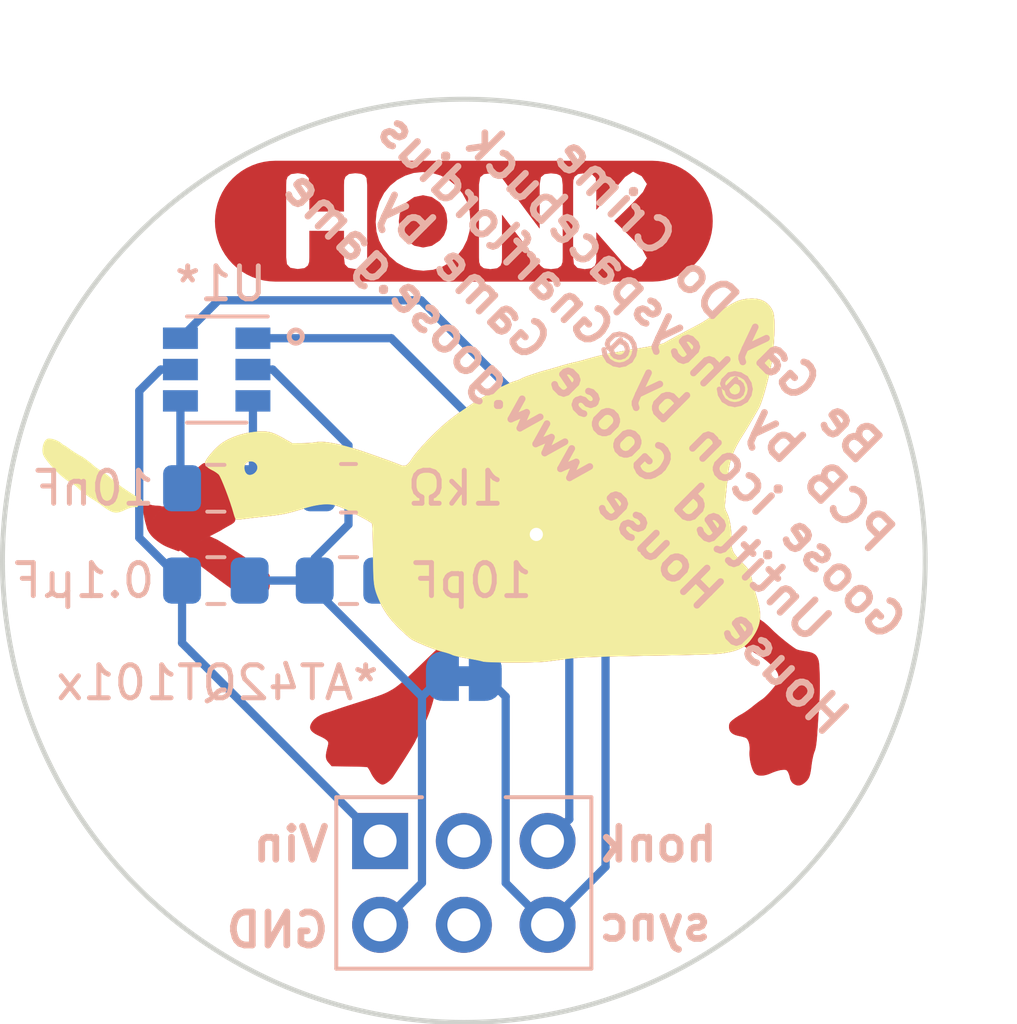
<source format=kicad_pcb>
(kicad_pcb (version 20171130) (host pcbnew "(5.1.10)-1")

  (general
    (thickness 1.6)
    (drawings 15)
    (tracks 40)
    (zones 0)
    (modules 9)
    (nets 8)
  )

  (page A4)
  (layers
    (0 F.Cu signal)
    (31 B.Cu signal)
    (32 B.Adhes user)
    (33 F.Adhes user)
    (34 B.Paste user)
    (35 F.Paste user)
    (36 B.SilkS user)
    (37 F.SilkS user)
    (38 B.Mask user)
    (39 F.Mask user)
    (40 Dwgs.User user)
    (41 Cmts.User user)
    (42 Eco1.User user)
    (43 Eco2.User user)
    (44 Edge.Cuts user)
    (45 Margin user)
    (46 B.CrtYd user)
    (47 F.CrtYd user)
    (48 B.Fab user)
    (49 F.Fab user)
  )

  (setup
    (last_trace_width 0.25)
    (trace_clearance 0.2)
    (zone_clearance 0.508)
    (zone_45_only no)
    (trace_min 0.2)
    (via_size 0.8)
    (via_drill 0.4)
    (via_min_size 0.4)
    (via_min_drill 0.3)
    (uvia_size 0.3)
    (uvia_drill 0.1)
    (uvias_allowed no)
    (uvia_min_size 0.2)
    (uvia_min_drill 0.1)
    (edge_width 0.05)
    (segment_width 0.2)
    (pcb_text_width 0.3)
    (pcb_text_size 1.5 1.5)
    (mod_edge_width 0.12)
    (mod_text_size 1 1)
    (mod_text_width 0.15)
    (pad_size 1.524 1.524)
    (pad_drill 0.762)
    (pad_to_mask_clearance 0)
    (aux_axis_origin 0 0)
    (grid_origin 100 100)
    (visible_elements 7FFDFFFF)
    (pcbplotparams
      (layerselection 0x010fc_ffffffff)
      (usegerberextensions false)
      (usegerberattributes true)
      (usegerberadvancedattributes true)
      (creategerberjobfile true)
      (excludeedgelayer true)
      (linewidth 0.100000)
      (plotframeref false)
      (viasonmask false)
      (mode 1)
      (useauxorigin false)
      (hpglpennumber 1)
      (hpglpenspeed 20)
      (hpglpendiameter 15.000000)
      (psnegative false)
      (psa4output false)
      (plotreference true)
      (plotvalue true)
      (plotinvisibletext false)
      (padsonsilk false)
      (subtractmaskfromsilk false)
      (outputformat 1)
      (mirror false)
      (drillshape 1)
      (scaleselection 1)
      (outputdirectory ""))
  )

  (net 0 "")
  (net 1 0V)
  (net 2 "Net-(C2-Pad2)")
  (net 3 "Net-(C2-Pad1)")
  (net 4 sync)
  (net 5 honk)
  (net 6 Vin)
  (net 7 "Net-(C3-Pad1)")

  (net_class Default "This is the default net class."
    (clearance 0.2)
    (trace_width 0.25)
    (via_dia 0.8)
    (via_drill 0.4)
    (uvia_dia 0.3)
    (uvia_drill 0.1)
    (add_net 0V)
    (add_net "Net-(C2-Pad1)")
    (add_net "Net-(C2-Pad2)")
    (add_net "Net-(C3-Pad1)")
    (add_net Vin)
    (add_net honk)
    (add_net sync)
  )

  (module goose:honk_captouch_scaled_afterdark (layer F.Cu) (tedit 61241053) (tstamp 61242FF0)
    (at 98.32 99.43)
    (fp_text reference GOOSE1 (at 0 -8) (layer F.SilkS) hide
      (effects (font (size 1.524 1.524) (thickness 0.3)))
    )
    (fp_text value LOGO (at 0.75 0) (layer F.SilkS) hide
      (effects (font (size 1.524 1.524) (thickness 0.3)))
    )
    (fp_poly (pts (xy -8.2354 -1.0621) (xy -8.256 -1.0654) (xy -8.2776 -1.0672) (xy -8.3 -1.0675)
      (xy -8.3234 -1.0665) (xy -8.3475 -1.064) (xy -8.3726 -1.0602) (xy -8.3985 -1.0549)
      (xy -8.4252 -1.0483) (xy -8.4529 -1.0402) (xy -8.4816 -1.0308) (xy -8.5108 -1.0199)
      (xy -8.5413 -1.0077) (xy -8.5725 -0.994) (xy -8.6043 -0.9788) (xy -8.6528 -0.9559)
      (xy -8.698 -0.9371) (xy -8.7404 -0.9216) (xy -8.761 -0.9155) (xy -8.7808 -0.9102)
      (xy -8.8004 -0.9059) (xy -8.8197 -0.9029) (xy -8.8385 -0.9006) (xy -8.8573 -0.8993)
      (xy -8.8758 -0.899) (xy -8.8943 -0.9) (xy -8.9128 -0.9018) (xy -8.9316 -0.9048)
      (xy -8.9504 -0.9089) (xy -8.9695 -0.9142) (xy -8.9886 -0.9203) (xy -9.0084 -0.9279)
      (xy -9.0282 -0.9365) (xy -9.0488 -0.9462) (xy -9.0917 -0.9691) (xy -9.1372 -0.997)
      (xy -9.186 -1.0298) (xy -9.2388 -1.0674) (xy -9.2959 -1.1101) (xy -9.3259 -1.1325)
      (xy -9.3589 -1.1566) (xy -9.3945 -1.1817) (xy -9.4311 -1.2068) (xy -9.4677 -1.2314)
      (xy -9.5033 -1.2548) (xy -9.5366 -1.2761) (xy -9.5666 -1.2944) (xy -9.6324 -1.3355)
      (xy -9.6977 -1.3784) (xy -9.7617 -1.4234) (xy -9.8237 -1.4696) (xy -9.8834 -1.5166)
      (xy -9.94 -1.5641) (xy -9.9931 -1.6116) (xy -10.0419 -1.6586) (xy -10.0528 -1.669)
      (xy -10.065 -1.6802) (xy -10.078 -1.6916) (xy -10.0922 -1.703) (xy -10.1069 -1.7149)
      (xy -10.1224 -1.7268) (xy -10.1549 -1.7504) (xy -10.1887 -1.7735) (xy -10.2227 -1.7953)
      (xy -10.2392 -1.8052) (xy -10.2557 -1.8149) (xy -10.2714 -1.8235) (xy -10.2869 -1.8316)
      (xy -10.3199 -1.8501) (xy -10.3565 -1.8735) (xy -10.3961 -1.9017) (xy -10.4385 -1.934)
      (xy -10.4827 -1.9698) (xy -10.5287 -2.0089) (xy -10.5759 -2.0511) (xy -10.6237 -2.0953)
      (xy -10.6717 -2.1415) (xy -10.7195 -2.1893) (xy -10.7665 -2.2381) (xy -10.8125 -2.2874)
      (xy -10.8567 -2.3369) (xy -10.8986 -2.3859) (xy -10.938 -2.4342) (xy -10.9743 -2.4814)
      (xy -10.9923 -2.5058) (xy -11.0086 -2.5287) (xy -11.0233 -2.5498) (xy -11.0363 -2.5701)
      (xy -11.048 -2.5889) (xy -11.0582 -2.6072) (xy -11.0671 -2.6245) (xy -11.0747 -2.6413)
      (xy -11.0813 -2.6576) (xy -11.0866 -2.6736) (xy -11.0909 -2.6899) (xy -11.0942 -2.7062)
      (xy -11.0967 -2.7227) (xy -11.0985 -2.7397) (xy -11.0995 -2.7572) (xy -11.0998 -2.7757)
      (xy -11.099 -2.8087) (xy -11.0967 -2.8407) (xy -11.0926 -2.8722) (xy -11.0875 -2.9022)
      (xy -11.0806 -2.9312) (xy -11.0727 -2.9589) (xy -11.0636 -2.9848) (xy -11.0534 -3.0092)
      (xy -11.042 -3.0318) (xy -11.0296 -3.0524) (xy -11.0161 -3.0712) (xy -11.0019 -3.0875)
      (xy -10.9869 -3.1012) (xy -10.9712 -3.1126) (xy -10.9631 -3.1174) (xy -10.9547 -3.1212)
      (xy -10.9461 -3.1245) (xy -10.9377 -3.127) (xy -10.9288 -3.1288) (xy -10.9194 -3.1301)
      (xy -10.8986 -3.1309) (xy -10.875 -3.1296) (xy -10.8496 -3.1263) (xy -10.8224 -3.1212)
      (xy -10.7942 -3.1146) (xy -10.765 -3.1062) (xy -10.7355 -3.0965) (xy -10.7058 -3.0858)
      (xy -10.6766 -3.0736) (xy -10.6482 -3.0606) (xy -10.621 -3.0469) (xy -10.5953 -3.0324)
      (xy -10.5717 -3.0174) (xy -10.5504 -3.0022) (xy -10.5321 -2.9865) (xy -10.5194 -2.9751)
      (xy -10.507 -2.9644) (xy -10.4951 -2.9547) (xy -10.4839 -2.9463) (xy -10.4786 -2.9427)
      (xy -10.4738 -2.9394) (xy -10.4692 -2.9366) (xy -10.4651 -2.9341) (xy -10.4613 -2.9323)
      (xy -10.4583 -2.9308) (xy -10.4558 -2.93) (xy -10.4535 -2.9295) (xy -10.4525 -2.9295)
      (xy -10.451 -2.929) (xy -10.4469 -2.9272) (xy -10.4413 -2.9244) (xy -10.4344 -2.9203)
      (xy -10.4263 -2.9155) (xy -10.4169 -2.9097) (xy -10.3951 -2.8955) (xy -10.3697 -2.8782)
      (xy -10.3415 -2.8586) (xy -10.3113 -2.8368) (xy -10.2795 -2.8134) (xy -10.2447 -2.7885)
      (xy -10.2058 -2.7616) (xy -10.1644 -2.7339) (xy -10.1215 -2.7062) (xy -10.0783 -2.6793)
      (xy -10.0366 -2.6539) (xy -9.997 -2.631) (xy -9.9614 -2.6114) (xy -9.9286 -2.5934)
      (xy -9.8976 -2.5749) (xy -9.8689 -2.5569) (xy -9.843 -2.5394) (xy -9.6848 -2.4205)
      (xy -9.6741 -2.4126) (xy -9.6627 -2.4042) (xy -9.6508 -2.3948) (xy -9.6384 -2.3849)
      (xy -9.6257 -2.3745) (xy -9.6127 -2.3636) (xy -9.5995 -2.3522) (xy -9.5863 -2.3403)
      (xy -9.5728 -2.3281) (xy -9.5461 -2.304) (xy -9.5194 -2.2814) (xy -9.4937 -2.2611)
      (xy -9.4696 -2.2433) (xy -9.4582 -2.2357) (xy -9.4475 -2.2288) (xy -9.4376 -2.2227)
      (xy -9.1846 -2.0606) (xy -9.0269 -1.9311) (xy -8.9466 -1.8651) (xy -8.8717 -1.8026)
      (xy -8.8105 -1.751) (xy -8.7714 -1.717) (xy -8.7496 -1.699) (xy -8.7194 -1.6761)
      (xy -8.6381 -1.6187) (xy -8.538 -1.5514) (xy -8.43 -1.4813) (xy -8.3243 -1.415)
      (xy -8.2318 -1.3591) (xy -8.1632 -1.3207) (xy -8.0883 -1.2696)) (layer F.SilkS) (width 0.015))
    (fp_poly (pts (xy 2.2632 3.6215) (xy 2.2416 3.6154) (xy 2.2152 3.6085) (xy 2.1845 3.6011)
      (xy 2.151 3.5932) (xy 2.1154 3.5856) (xy 2.0791 3.578) (xy 2.0428 3.5706)
      (xy 2.0077 3.5643) (xy 1.6925 3.5066) (xy 1.5802 3.4848) (xy 1.4931 3.4668)
      (xy 1.4268 3.4513) (xy 1.3775 3.4376) (xy 1.3412 3.4249) (xy 1.314 3.4125)
      (xy 1.3056 3.4084) (xy 1.2954 3.4038) (xy 1.2695 3.3934) (xy 1.2375 3.382)
      (xy 1.2004 3.3698) (xy 1.1595 3.3571) (xy 1.1161 3.3444) (xy 1.0711 3.3322)
      (xy 1.0259 3.3205) (xy 0.9299 3.2931) (xy 0.8143 3.2547) (xy 0.687 3.2085)
      (xy 0.5544 3.1572) (xy 0.4238 3.1031) (xy 0.3021 3.0498) (xy 0.1964 2.9995)
      (xy 0.1517 2.9764) (xy 0.1133 2.9553) (xy 0.1011 2.9474) (xy 0.0864 2.937)
      (xy 0.0691 2.924) (xy 0.0493 2.9085) (xy 0.0043 2.8714) (xy -0.0473 2.827)
      (xy -0.1039 2.7767) (xy -0.1636 2.7221) (xy -0.2248 2.6642) (xy -0.286 2.605)
      (xy -0.3421 2.5491) (xy -0.3952 2.4935) (xy -0.446 2.4384) (xy -0.4945 2.3835)
      (xy -0.5402 2.3284) (xy -0.5839 2.2733) (xy -0.6256 2.2179) (xy -0.6652 2.162)
      (xy -0.7028 2.1054) (xy -0.7389 2.0477) (xy -0.7729 1.9893) (xy -0.8059 1.9296)
      (xy -0.8371 1.8689) (xy -0.8671 1.8064) (xy -0.8958 1.7421) (xy -0.9235 1.6761)
      (xy -0.9464 1.6187) (xy -0.9667 1.5646) (xy -0.9845 1.5123) (xy -1.0002 1.4602)
      (xy -1.0137 1.4074) (xy -1.0254 1.352) (xy -1.0353 1.2928) (xy -1.0434 1.2283)
      (xy -1.0503 1.1569) (xy -1.0556 1.0771) (xy -1.0599 0.9879) (xy -1.0632 0.8876)
      (xy -1.0657 0.7751) (xy -1.0675 0.6481) (xy -1.0698 0.3471) (xy -1.0734 0.0106)
      (xy -1.08 -0.2726) (xy -1.0889 -0.4728) (xy -1.0937 -0.5325) (xy -1.0988 -0.5599)
      (xy -1.1044 -0.5673) (xy -1.1141 -0.5764) (xy -1.1456 -0.5998) (xy -1.1918 -0.6298)
      (xy -1.2505 -0.6646) (xy -1.3968 -0.7456) (xy -1.5688 -0.835) (xy -1.7499 -0.9244)
      (xy -1.9241 -1.0054) (xy -2.075 -1.0702) (xy -2.1367 -1.0938) (xy -2.1865 -1.1103)
      (xy -2.2345 -1.1227) (xy -2.2843 -1.1326) (xy -2.3359 -1.1405) (xy -2.3892 -1.1456)
      (xy -2.4446 -1.1484) (xy -2.5017 -1.1487) (xy -2.5609 -1.1467) (xy -2.6221 -1.1421)
      (xy -2.6856 -1.135) (xy -2.7514 -1.1256) (xy -2.8192 -1.1134) (xy -2.8898 -1.0989)
      (xy -2.9627 -1.0819) (xy -3.0381 -1.0623) (xy -3.1161 -1.0402) (xy -3.1969 -1.0156)
      (xy -3.3709 -0.962) (xy -3.5197 -0.9186) (xy -3.6543 -0.8838) (xy -3.7193 -0.8691)
      (xy -3.7848 -0.8556) (xy -3.8516 -0.8432) (xy -3.9212 -0.8318) (xy -4.0744 -0.8102)
      (xy -4.2542 -0.7891) (xy -4.4709 -0.7662) (xy -4.6055 -0.752) (xy -4.7488 -0.7355)
      (xy -4.8844 -0.719) (xy -4.9946 -0.7043) (xy -5.0398 -0.6985) (xy -5.0827 -0.6939)
      (xy -5.1226 -0.6909) (xy -5.1584 -0.6891) (xy -5.1891 -0.6888) (xy -5.2135 -0.6898)
      (xy -5.2229 -0.6908) (xy -5.2305 -0.6923) (xy -5.2361 -0.6941) (xy -5.2397 -0.6964)
      (xy -4.6502 -2.1015) (xy -4.6337 -2.119) (xy -4.62 -2.137) (xy -4.6081 -2.155)
      (xy -4.5984 -2.1733) (xy -4.5908 -2.1918) (xy -4.585 -2.2101) (xy -4.5812 -2.2286)
      (xy -4.5792 -2.2466) (xy -4.5792 -2.2646) (xy -4.5805 -2.2821) (xy -4.5838 -2.2994)
      (xy -4.5884 -2.3159) (xy -4.5945 -2.3322) (xy -4.6021 -2.3477) (xy -4.6112 -2.3624)
      (xy -4.6214 -2.3764) (xy -4.6328 -2.3894) (xy -4.6455 -2.4013) (xy -4.6592 -2.4122)
      (xy -4.6739 -2.4221) (xy -4.6896 -2.4305) (xy -4.7061 -2.4379) (xy -4.7236 -2.4435)
      (xy -4.7419 -2.4478) (xy -4.7607 -2.4506) (xy -4.7803 -2.4516) (xy -4.8004 -2.4508)
      (xy -4.821 -2.4485) (xy -4.8418 -2.4442) (xy -4.8631 -2.4379) (xy -4.8847 -2.4293)
      (xy -4.9065 -2.4186) (xy -4.9164 -2.4128) (xy -4.9255 -2.4059) (xy -4.9341 -2.3978)
      (xy -4.9417 -2.3892) (xy -4.9491 -2.3798) (xy -4.9554 -2.3696) (xy -4.9612 -2.3587)
      (xy -4.9665 -2.3473) (xy -4.9708 -2.3354) (xy -4.9746 -2.3227) (xy -4.9779 -2.31)
      (xy -4.9804 -2.2965) (xy -4.9822 -2.283) (xy -4.9835 -2.2693) (xy -4.984 -2.2553)
      (xy -4.9837 -2.2411) (xy -4.9829 -2.2271) (xy -4.9816 -2.2129) (xy -4.9796 -2.1989)
      (xy -4.9768 -2.1849) (xy -4.9735 -2.1712) (xy -4.9694 -2.1577) (xy -4.9648 -2.1445)
      (xy -4.9595 -2.1318) (xy -4.9537 -2.1194) (xy -4.9471 -2.1077) (xy -4.94 -2.0963)
      (xy -4.9321 -2.0859) (xy -4.9237 -2.0757) (xy -4.9146 -2.0666) (xy -4.9049 -2.0582)
      (xy -4.8945 -2.0506) (xy -4.8884 -2.0468) (xy -4.8818 -2.0432) (xy -4.8752 -2.0402)
      (xy -4.8683 -2.0374) (xy -4.8612 -2.0349) (xy -4.8538 -2.0329) (xy -4.8464 -2.0314)
      (xy -4.8388 -2.0301) (xy -4.8312 -2.0291) (xy -4.8233 -2.0286) (xy -4.8154 -2.0283)
      (xy -4.8073 -2.0286) (xy -4.791 -2.0299) (xy -4.7745 -2.0327) (xy -4.758 -2.0368)
      (xy -4.7417 -2.0421) (xy -4.7252 -2.049) (xy -4.7092 -2.0571) (xy -4.6935 -2.0662)
      (xy -4.6783 -2.0769) (xy -4.6636 -2.0886) (xy -4.6565 -2.0949) (xy -4.6499 -2.1015)
      (xy -5.2394 -0.6964) (xy -5.2419 -0.6997) (xy -5.2447 -0.7045) (xy -5.248 -0.7108)
      (xy -5.2516 -0.7187) (xy -5.2554 -0.7276) (xy -5.2595 -0.738) (xy -5.2681 -0.7616)
      (xy -5.2775 -0.789) (xy -5.2872 -0.8192) (xy -5.2966 -0.8517) (xy -5.306 -0.8852)
      (xy -5.3487 -1.03) (xy -5.4048 -1.2002) (xy -5.4693 -1.3833) (xy -5.5374 -1.5662)
      (xy -5.6047 -1.7366) (xy -5.6657 -1.8814) (xy -5.7157 -1.9883) (xy -5.735 -2.0234)
      (xy -5.75 -2.0442) (xy -5.7576 -2.0521) (xy -5.7662 -2.0602) (xy -5.7759 -2.0686)
      (xy -5.7866 -2.0775) (xy -5.7978 -2.0864) (xy -5.81 -2.0955) (xy -5.8224 -2.1046)
      (xy -5.8356 -2.1137) (xy -5.8488 -2.1228) (xy -5.8625 -2.1317) (xy -5.8765 -2.1403)
      (xy -5.8905 -2.1487) (xy -5.9045 -2.1568) (xy -5.9182 -2.1644) (xy -5.9317 -2.1715)
      (xy -5.9449 -2.1781) (xy -5.9751 -2.1933) (xy -6.0033 -2.2085) (xy -6.029 -2.2235)
      (xy -6.0524 -2.2387) (xy -6.0735 -2.2537) (xy -6.0923 -2.2689) (xy -6.1088 -2.2841)
      (xy -6.1233 -2.2991) (xy -6.1355 -2.3146) (xy -6.1406 -2.3222) (xy -6.1454 -2.3298)
      (xy -6.1495 -2.3374) (xy -6.1531 -2.3453) (xy -6.1561 -2.3529) (xy -6.1586 -2.3608)
      (xy -6.1604 -2.3687) (xy -6.1619 -2.3763) (xy -6.1629 -2.3842) (xy -6.1632 -2.3923)
      (xy -6.1629 -2.4002) (xy -6.1621 -2.4083) (xy -6.1608 -2.4162) (xy -6.159 -2.4243)
      (xy -6.1557 -2.4355) (xy -6.1506 -2.4477) (xy -6.1364 -2.4759) (xy -6.1171 -2.5079)
      (xy -6.093 -2.5435) (xy -6.0648 -2.5816) (xy -6.0333 -2.622) (xy -5.9985 -2.6639)
      (xy -5.9617 -2.7066) (xy -5.9231 -2.7493) (xy -5.8832 -2.7915) (xy -5.8426 -2.8326)
      (xy -5.802 -2.8717) (xy -5.7621 -2.9088) (xy -5.723 -2.9423) (xy -5.6859 -2.9723)
      (xy -5.6508 -2.998) (xy -5.5962 -3.0338) (xy -5.5385 -3.0678) (xy -5.4778 -3.1006)
      (xy -5.4146 -3.1313) (xy -5.3488 -3.1605) (xy -5.2812 -3.1879) (xy -5.2114 -3.2136)
      (xy -5.1403 -3.2372) (xy -5.0677 -3.2585) (xy -4.9943 -3.2778) (xy -4.9201 -3.2948)
      (xy -4.8452 -3.3095) (xy -4.77 -3.3217) (xy -4.6951 -3.3316) (xy -4.6204 -3.339)
      (xy -4.5462 -3.3436) (xy -4.4901 -3.3456) (xy -4.438 -3.3466) (xy -4.3895 -3.3461)
      (xy -4.344 -3.3438) (xy -4.3006 -3.34) (xy -4.2589 -3.3344) (xy -4.218 -3.3268)
      (xy -4.1776 -3.3169) (xy -4.1367 -3.3045) (xy -4.095 -3.2898) (xy -4.0518 -3.272)
      (xy -4.0066 -3.2517) (xy -3.9583 -3.2278) (xy -3.9067 -3.2009) (xy -3.8511 -3.1707)
      (xy -3.7909 -3.1369) (xy -3.5318 -2.9893) (xy -3.2346 -2.9906) (xy -3.1721 -2.9914)
      (xy -3.1086 -2.9932) (xy -3.0456 -2.996) (xy -2.9851 -2.9996) (xy -2.9287 -3.0039)
      (xy -2.8782 -3.0087) (xy -2.8355 -3.014) (xy -2.8022 -3.0196) (xy -2.7534 -3.027)
      (xy -2.6975 -3.0308) (xy -2.6348 -3.0305) (xy -2.5655 -3.0269) (xy -2.4898 -3.0198)
      (xy -2.4085 -3.0091) (xy -2.3214 -2.9951) (xy -2.2292 -2.9778) (xy -2.1322 -2.9572)
      (xy -2.0306 -2.9336) (xy -1.9247 -2.9067) (xy -1.815 -2.8767) (xy -1.7017 -2.8439)
      (xy -1.5854 -2.8081) (xy -1.466 -2.7692) (xy -1.3443 -2.7278) (xy -0.9448 -2.5876)
      (xy -0.6291 -2.4748) (xy -0.403 -2.3912) (xy -0.2714 -2.3389) (xy -0.2409 -2.3262)
      (xy -0.2264 -2.3209) (xy -0.2124 -2.3163) (xy -0.1989 -2.3125) (xy -0.1859 -2.3092)
      (xy -0.1732 -2.3069) (xy -0.1608 -2.3051) (xy -0.1489 -2.3041) (xy -0.137 -2.3038)
      (xy -0.1256 -2.3046) (xy -0.1142 -2.3059) (xy -0.1033 -2.3082) (xy -0.0924 -2.3112)
      (xy -0.0815 -2.3153) (xy -0.0708 -2.3201) (xy -0.0601 -2.3257) (xy -0.0494 -2.3323)
      (xy -0.0387 -2.3399) (xy -0.028 -2.3483) (xy -0.0171 -2.3577) (xy -0.0064 -2.3681)
      (xy 0.0045 -2.3793) (xy 0.0159 -2.3917) (xy 0.0271 -2.4049) (xy 0.0388 -2.4194)
      (xy 0.0627 -2.4514) (xy 0.0881 -2.4877) (xy 0.115 -2.5281) (xy 0.1475 -2.5759)
      (xy 0.1876 -2.6297) (xy 0.2346 -2.6889) (xy 0.2877 -2.7527) (xy 0.4091 -2.8911)
      (xy 0.546 -3.0392) (xy 0.6931 -3.1906) (xy 0.8442 -3.3394) (xy 0.9938 -3.4794)
      (xy 1.0662 -3.5442) (xy 1.1358 -3.6047) (xy 1.2496 -3.6982) (xy 1.3746 -3.7947)
      (xy 1.5087 -3.8935) (xy 1.6499 -3.9936) (xy 1.9476 -4.1925) (xy 2.2524 -4.3825)
      (xy 2.5503 -4.5552) (xy 2.8267 -4.7012) (xy 2.9519 -4.7617) (xy 3.0665 -4.8125)
      (xy 3.1684 -4.8521) (xy 3.2553 -4.8795) (xy 3.2807 -4.8869) (xy 3.3069 -4.8953)
      (xy 3.3328 -4.9047) (xy 3.3579 -4.9144) (xy 3.3815 -4.9246) (xy 3.4031 -4.9345)
      (xy 3.4214 -4.9442) (xy 3.429 -4.9488) (xy 3.4359 -4.9531) (xy 3.4511 -4.962)
      (xy 3.4747 -4.9729) (xy 3.5435 -5.0011) (xy 3.6347 -5.0349) (xy 3.7419 -5.0722)
      (xy 3.8575 -5.1103) (xy 3.9751 -5.1474) (xy 4.0874 -5.1807) (xy 4.1872 -5.2079)
      (xy 4.2578 -5.227) (xy 4.3607 -5.2562) (xy 4.4821 -5.2915) (xy 4.6081 -5.3291)
      (xy 4.7343 -5.3657) (xy 4.8557 -5.3992) (xy 4.9586 -5.4256) (xy 4.9987 -5.435)
      (xy 5.0292 -5.4411) (xy 5.0602 -5.4477) (xy 5.1031 -5.4576) (xy 5.1554 -5.4706)
      (xy 5.2156 -5.4863) (xy 5.3512 -5.5234) (xy 5.495 -5.5643) (xy 5.5715 -5.5859)
      (xy 5.6566 -5.6085) (xy 5.7473 -5.6316) (xy 5.8408 -5.6542) (xy 5.9343 -5.6755)
      (xy 6.025 -5.6953) (xy 6.1101 -5.7128) (xy 6.1866 -5.7273) (xy 6.6677 -5.8134)
      (xy 6.7381 -5.8261) (xy 6.8295 -5.8416) (xy 7.0284 -5.8741) (xy 7.1673 -5.8967)
      (xy 7.2986 -5.9201) (xy 7.4195 -5.943) (xy 7.5275 -5.9654) (xy 7.6192 -5.9862)
      (xy 7.6926 -6.005) (xy 7.7447 -6.0213) (xy 7.7617 -6.0284) (xy 7.7724 -6.0345)
      (xy 7.8059 -6.0548) (xy 7.8775 -6.0952) (xy 8.1117 -6.2227) (xy 8.43 -6.3924)
      (xy 8.7871 -6.5799) (xy 8.8272 -6.6017) (xy 8.8724 -6.6271) (xy 8.9212 -6.6555)
      (xy 8.9717 -6.686) (xy 9.0228 -6.7172) (xy 9.0726 -6.7487) (xy 9.1198 -6.7794)
      (xy 9.1627 -6.8084) (xy 9.2579 -6.8729) (xy 9.3529 -6.9356) (xy 9.4476 -6.9963)
      (xy 9.5411 -7.0547) (xy 9.633 -7.1103) (xy 9.7229 -7.1631) (xy 9.81 -7.2124)
      (xy 9.8941 -7.2581) (xy 9.9391 -7.2802) (xy 9.9869 -7.3003) (xy 10.0367 -7.3181)
      (xy 10.0888 -7.3336) (xy 10.1421 -7.3468) (xy 10.1965 -7.358) (xy 10.2516 -7.3666)
      (xy 10.3067 -7.3729) (xy 10.3618 -7.3767) (xy 10.4164 -7.3782) (xy 10.4697 -7.3769)
      (xy 10.5218 -7.3733) (xy 10.5721 -7.3672) (xy 10.6199 -7.3586) (xy 10.6651 -7.3472)
      (xy 10.7073 -7.333) (xy 10.7373 -7.3206) (xy 10.7665 -7.3064) (xy 10.7949 -7.2907)
      (xy 10.8226 -7.2734) (xy 10.8493 -7.2543) (xy 10.8747 -7.234) (xy 10.8993 -7.2124)
      (xy 10.9227 -7.1893) (xy 10.9451 -7.1652) (xy 10.9659 -7.1398) (xy 10.9857 -7.1134)
      (xy 11.0037 -7.086) (xy 11.0205 -7.0576) (xy 11.0357 -7.0286) (xy 11.0492 -6.9984)
      (xy 11.0611 -6.9677) (xy 11.0735 -6.9207) (xy 11.0837 -6.8595) (xy 11.0913 -6.7856)
      (xy 11.0966 -6.7005) (xy 11.0994 -6.6058) (xy 11.0999 -6.5024) (xy 11.0943 -6.2768)
      (xy 11.0803 -6.0355) (xy 11.0585 -5.7901) (xy 11.0445 -5.6697) (xy 11.0288 -5.5526)
      (xy 11.0115 -5.4403) (xy 10.9924 -5.3341) (xy 10.9533 -5.1464) (xy 10.9083 -4.9529)
      (xy 10.8598 -4.7609) (xy 10.8093 -4.5773) (xy 10.7593 -4.4094) (xy 10.7113 -4.2639)
      (xy 10.6679 -4.1483) (xy 10.6483 -4.1036) (xy 10.6305 -4.0693) (xy 10.4667 -3.7853)
      (xy 10.3382 -3.5661) (xy 10.2336 -3.3924) (xy 10.1414 -3.2448) (xy 10.0865 -3.1577)
      (xy 10.036 -3.0736) (xy 9.9898 -2.9926) (xy 9.9476 -2.9139) (xy 9.909 -2.8367)
      (xy 9.8742 -2.7608) (xy 9.8424 -2.6854) (xy 9.814 -2.61) (xy 9.7886 -2.5338)
      (xy 9.766 -2.4568) (xy 9.7457 -2.3778) (xy 9.7282 -2.2965) (xy 9.7125 -2.2124)
      (xy 9.6988 -2.125) (xy 9.6869 -2.0333) (xy 9.6765 -1.9373) (xy 9.6148 -1.3221)
      (xy 9.6054 -1.2266) (xy 9.5993 -1.1514) (xy 9.5975 -1.1204) (xy 9.5967 -1.0927)
      (xy 9.597 -1.0681) (xy 9.5985 -1.0457) (xy 9.601 -1.0251) (xy 9.6048 -1.006)
      (xy 9.6096 -0.9875) (xy 9.6159 -0.9692) (xy 9.6235 -0.9504) (xy 9.6324 -0.9306)
      (xy 9.655 -0.8862) (xy 9.6715 -0.8524) (xy 9.687 -0.8158) (xy 9.7015 -0.7772)
      (xy 9.7147 -0.7361) (xy 9.7274 -0.6924) (xy 9.7386 -0.6467) (xy 9.749 -0.5987)
      (xy 9.7584 -0.5484) (xy 9.7668 -0.4961) (xy 9.7739 -0.4417) (xy 9.78 -0.3856)
      (xy 9.7851 -0.3274) (xy 9.7889 -0.2675) (xy 9.7919 -0.2058) (xy 9.7937 -0.1423)
      (xy 9.7942 -0.077) (xy 9.7945 -0.0163) (xy 9.7958 0.0383) (xy 9.7983 0.0878)
      (xy 9.8026 0.133) (xy 9.8089 0.1747) (xy 9.8175 0.2136) (xy 9.8231 0.2324)
      (xy 9.8292 0.2507) (xy 9.8363 0.2687) (xy 9.8442 0.2865) (xy 9.8528 0.3043)
      (xy 9.8627 0.3221) (xy 9.8851 0.3584) (xy 9.9118 0.3957) (xy 9.9436 0.4356)
      (xy 9.9802 0.4783) (xy 10.0226 0.525) (xy 10.0706 0.5763) (xy 10.125 0.6329)
      (xy 10.2002 0.7114) (xy 10.2312 0.7444) (xy 10.2581 0.7741) (xy 10.2812 0.8013)
      (xy 10.3013 0.8264) (xy 10.3183 0.8503) (xy 10.3333 0.8734) (xy 10.346 0.8965)
      (xy 10.3569 0.9204) (xy 10.3668 0.9455) (xy 10.3757 0.9727) (xy 10.3841 1.0024)
      (xy 10.3925 1.0354) (xy 10.4103 1.1139) (xy 10.423 1.1693) (xy 10.439 1.2343)
      (xy 10.4784 1.3844) (xy 10.5228 1.5449) (xy 10.5675 1.6968) (xy 10.5972 1.7987)
      (xy 10.6213 1.8952) (xy 10.6404 1.9869) (xy 10.6541 2.0738) (xy 10.6625 2.1571)
      (xy 10.6653 2.2371) (xy 10.6625 2.3143) (xy 10.6541 2.3895) (xy 10.6399 2.4629)
      (xy 10.6198 2.535) (xy 10.5939 2.6069) (xy 10.5621 2.6788) (xy 10.524 2.7512)
      (xy 10.4798 2.8249) (xy 10.4295 2.9003) (xy 10.3726 2.9778) (xy 10.3447 3.0126)
      (xy 10.3155 3.0456) (xy 10.2848 3.0768) (xy 10.2523 3.1063) (xy 10.2183 3.134)
      (xy 10.1825 3.1599) (xy 10.1447 3.1843) (xy 10.1051 3.2072) (xy 10.0632 3.2285)
      (xy 10.019 3.2486) (xy 9.9728 3.2671) (xy 9.9238 3.2841) (xy 9.8725 3.3001)
      (xy 9.8184 3.3148) (xy 9.7618 3.3283) (xy 9.7024 3.341) (xy 9.644 3.3519)
      (xy 9.5861 3.3618) (xy 9.5259 3.3707) (xy 9.4604 3.3786) (xy 9.3862 3.3857)
      (xy 9.3006 3.392) (xy 9.2005 3.3978) (xy 9.0824 3.4031) (xy 8.9437 3.4082)
      (xy 8.7811 3.413) (xy 8.3724 3.4227) (xy 7.8314 3.4331) (xy 7.1339 3.4453)
      (xy 6.1161 3.4654) (xy 5.4562 3.4867) (xy 5.2157 3.5004) (xy 5.0112 3.5169)
      (xy 4.8248 3.537) (xy 4.6389 3.5616) (xy 4.5254 3.5771) (xy 4.3941 3.5941)
      (xy 4.261 3.6106) (xy 4.1429 3.6243) (xy 3.9745 3.6362) (xy 3.7302 3.6443)
      (xy 3.4386 3.6489) (xy 3.1277 3.6502) (xy 2.8265 3.6479) (xy 2.5631 3.6423)
      (xy 2.3663 3.6334) (xy 2.3015 3.6278)) (layer F.SilkS) (width 0.015))
    (fp_poly (pts (xy 11.6777 7.3205) (xy 11.6691 7.3129) (xy 11.6605 7.305) (xy 11.6521 7.2964)
      (xy 11.6442 7.287) (xy 11.6363 7.2773) (xy 11.6292 7.2671) (xy 11.6221 7.2564)
      (xy 11.6155 7.2452) (xy 11.6094 7.2338) (xy 11.6038 7.2221) (xy 11.5985 7.2102)
      (xy 11.5939 7.198) (xy 11.5896 7.1856) (xy 11.5858 7.1729) (xy 11.5828 7.1602)
      (xy 11.5803 7.1475) (xy 11.578 7.1358) (xy 11.5755 7.1236) (xy 11.5692 7.0987)
      (xy 11.5618 7.073) (xy 11.5534 7.0479) (xy 11.5443 7.0238) (xy 11.5349 7.0014)
      (xy 11.5303 6.991) (xy 11.5255 6.9813) (xy 11.5207 6.9727) (xy 11.5161 6.9648)
      (xy 11.509 6.9539) (xy 11.5054 6.9488) (xy 11.5018 6.944) (xy 11.4985 6.9394)
      (xy 11.4949 6.9353) (xy 11.4913 6.9315) (xy 11.4877 6.9279) (xy 11.4841 6.9243)
      (xy 11.4803 6.9215) (xy 11.4765 6.9185) (xy 11.4724 6.916) (xy 11.4681 6.9137)
      (xy 11.464 6.9117) (xy 11.4592 6.9097) (xy 11.4546 6.9082) (xy 11.4495 6.9069)
      (xy 11.4442 6.9056) (xy 11.4386 6.9046) (xy 11.4328 6.9038) (xy 11.4265 6.903)
      (xy 11.4199 6.9027) (xy 11.413 6.9024) (xy 11.3978 6.9024) (xy 11.3897 6.9027)
      (xy 11.3719 6.9035) (xy 11.3521 6.905) (xy 11.33 6.907) (xy 11.3148 6.9088)
      (xy 11.298 6.9116) (xy 11.2802 6.9149) (xy 11.2614 6.9187) (xy 11.2213 6.9284)
      (xy 11.1789 6.9403) (xy 11.1357 6.9538) (xy 11.093 6.9688) (xy 11.0519 6.9845)
      (xy 11.0323 6.9926) (xy 11.0138 7.0007) (xy 10.9739 7.018) (xy 10.935 7.0332)
      (xy 10.8966 7.0464) (xy 10.8595 7.0573) (xy 10.8234 7.0659) (xy 10.7883 7.0725)
      (xy 10.7545 7.0771) (xy 10.722 7.0794) (xy 10.691 7.0797) (xy 10.6615 7.0779)
      (xy 10.6336 7.0738) (xy 10.6074 7.0675) (xy 10.583 7.0591) (xy 10.5606 7.0484)
      (xy 10.54 7.0357) (xy 10.5217 7.0207) (xy 10.5126 7.011) (xy 10.5032 7.0003)
      (xy 10.4854 6.9739) (xy 10.4679 6.9427) (xy 10.4511 6.9069) (xy 10.4354 6.867)
      (xy 10.4204 6.8238) (xy 10.4067 6.7778) (xy 10.3943 6.7295) (xy 10.3831 6.6797)
      (xy 10.3734 6.6289) (xy 10.3658 6.5776) (xy 10.3597 6.5265) (xy 10.3556 6.4765)
      (xy 10.3538 6.4277) (xy 10.3543 6.3807) (xy 10.3571 6.3365) (xy 10.3596 6.3032)
      (xy 10.3604 6.2702) (xy 10.3596 6.2374) (xy 10.3576 6.2054) (xy 10.3543 6.1739)
      (xy 10.3495 6.1434) (xy 10.3437 6.1144) (xy 10.3363 6.0865) (xy 10.3282 6.0603)
      (xy 10.3188 6.0357) (xy 10.3081 6.0131) (xy 10.2969 5.993) (xy 10.2845 5.975)
      (xy 10.2713 5.9595) (xy 10.2576 5.9471) (xy 10.2502 5.9418) (xy 10.2428 5.9375)
      (xy 10.2362 5.9342) (xy 10.2281 5.9309) (xy 10.2187 5.9271) (xy 10.2083 5.9233)
      (xy 10.1842 5.9154) (xy 10.1565 5.9073) (xy 10.1263 5.8992) (xy 10.0943 5.8913)
      (xy 10.0615 5.8839) (xy 10.0287 5.8773) (xy 9.9919 5.8694) (xy 9.9579 5.8605)
      (xy 9.9261 5.8506) (xy 9.8969 5.8392) (xy 9.8702 5.827) (xy 9.8461 5.8133)
      (xy 9.8349 5.8059) (xy 9.8242 5.7983) (xy 9.8143 5.7904) (xy 9.8049 5.7823)
      (xy 9.796 5.7739) (xy 9.7879 5.765) (xy 9.7803 5.7556) (xy 9.7732 5.7462)
      (xy 9.7669 5.7363) (xy 9.7611 5.7261) (xy 9.7558 5.7154) (xy 9.751 5.7045)
      (xy 9.7469 5.6933) (xy 9.7433 5.6816) (xy 9.7403 5.6697) (xy 9.7378 5.6575)
      (xy 9.736 5.6448) (xy 9.7345 5.6318) (xy 9.7335 5.6044) (xy 9.7338 5.5876)
      (xy 9.7346 5.5721) (xy 9.7359 5.5576) (xy 9.7379 5.5439) (xy 9.7407 5.5312)
      (xy 9.7443 5.519) (xy 9.7466 5.5132) (xy 9.7489 5.5076) (xy 9.7514 5.5018)
      (xy 9.7542 5.4962) (xy 9.7608 5.485) (xy 9.7684 5.4741) (xy 9.7773 5.4632)
      (xy 9.7875 5.452) (xy 9.7989 5.4403) (xy 9.8116 5.4284) (xy 9.8261 5.416)
      (xy 9.8418 5.4025) (xy 9.8669 5.3829) (xy 9.8961 5.3613) (xy 9.9289 5.3384)
      (xy 9.964 5.315) (xy 10.0001 5.2916) (xy 10.0364 5.2695) (xy 10.0717 5.2487)
      (xy 10.105 5.2302) (xy 10.1401 5.2104) (xy 10.18 5.1858) (xy 10.2234 5.1576)
      (xy 10.2691 5.1266) (xy 10.3156 5.0938) (xy 10.3616 5.0603) (xy 10.4055 5.0265)
      (xy 10.4461 4.994) (xy 10.4855 4.9622) (xy 10.5261 4.9299) (xy 10.5665 4.8984)
      (xy 10.6061 4.8682) (xy 10.6434 4.8405) (xy 10.6772 4.8161) (xy 10.7064 4.796)
      (xy 10.7298 4.7808) (xy 10.7562 4.7623) (xy 10.7869 4.7374) (xy 10.8209 4.7069)
      (xy 10.8577 4.6718) (xy 10.8966 4.6329) (xy 10.9362 4.591) (xy 10.9763 4.5473)
      (xy 11.0159 4.5023) (xy 11.0543 4.4571) (xy 11.0909 4.4127) (xy 11.1244 4.37)
      (xy 11.1546 4.3296) (xy 11.1803 4.2925) (xy 11.2011 4.2597) (xy 11.2158 4.232)
      (xy 11.2206 4.2203) (xy 11.2239 4.2104) (xy 11.2308 4.1794) (xy 11.2351 4.1494)
      (xy 11.2364 4.1347) (xy 11.2372 4.12) (xy 11.2372 4.1055) (xy 11.2367 4.091)
      (xy 11.2354 4.0768) (xy 11.2336 4.0623) (xy 11.2311 4.0481) (xy 11.2281 4.0341)
      (xy 11.2243 4.0199) (xy 11.22 4.0059) (xy 11.2147 3.9917) (xy 11.2089 3.9775)
      (xy 11.2023 3.963) (xy 11.1952 3.9488) (xy 11.1784 3.9198) (xy 11.1588 3.8901)
      (xy 11.1359 3.8599) (xy 11.1102 3.8287) (xy 11.0812 3.7964) (xy 11.0492 3.7631)
      (xy 11.0139 3.7283) (xy 10.9735 3.6907) (xy 10.9306 3.6523) (xy 10.8869 3.6147)
      (xy 10.8435 3.5789) (xy 10.8016 3.5456) (xy 10.7627 3.5161) (xy 10.7279 3.4915)
      (xy 10.7124 3.4813) (xy 10.6987 3.4727) (xy 10.6349 3.4346) (xy 10.5554 3.3861)
      (xy 10.4701 3.3335) (xy 10.3893 3.283) (xy 10.2067 3.1684) (xy 10.2826 3.0876)
      (xy 10.307 3.0604) (xy 10.3327 3.0294) (xy 10.3589 2.9956) (xy 10.3856 2.959)
      (xy 10.4123 2.9204) (xy 10.4392 2.8803) (xy 10.4654 2.8389) (xy 10.4911 2.797)
      (xy 10.5157 2.7551) (xy 10.5388 2.7134) (xy 10.5604 2.6725) (xy 10.5802 2.6331)
      (xy 10.598 2.5955) (xy 10.613 2.5602) (xy 10.6254 2.5277) (xy 10.6345 2.4987)
      (xy 10.6729 2.3615) (xy 10.7669 2.4258) (xy 10.7776 2.4334) (xy 10.7895 2.4425)
      (xy 10.8177 2.4654) (xy 10.8502 2.4931) (xy 10.8863 2.5251) (xy 10.9247 2.5602)
      (xy 10.9641 2.5973) (xy 11.0032 2.6354) (xy 11.0413 2.6735) (xy 11.0761 2.7078)
      (xy 11.116 2.7451) (xy 11.2079 2.8274) (xy 11.311 2.9153) (xy 11.419 3.0034)
      (xy 11.5252 3.087) (xy 11.6238 3.1607) (xy 11.7079 3.2196) (xy 11.7427 3.242)
      (xy 11.7714 3.2588) (xy 11.779 3.2624) (xy 11.7884 3.2662) (xy 11.7998 3.27)
      (xy 11.8128 3.2741) (xy 11.8435 3.2827) (xy 11.8796 3.2913) (xy 11.9197 3.2999)
      (xy 11.9626 3.3083) (xy 12.0073 3.3162) (xy 12.0525 3.3231) (xy 12.0982 3.3302)
      (xy 12.1401 3.3378) (xy 12.1785 3.3467) (xy 12.2136 3.3564) (xy 12.2456 3.3673)
      (xy 12.2743 3.3795) (xy 12.3005 3.393) (xy 12.3241 3.4082) (xy 12.335 3.4163)
      (xy 12.3452 3.4249) (xy 12.3551 3.434) (xy 12.3642 3.4437) (xy 12.3728 3.4539)
      (xy 12.3809 3.4643) (xy 12.3959 3.4872) (xy 12.4096 3.5121) (xy 12.4213 3.5395)
      (xy 12.4322 3.5692) (xy 12.4416 3.6017) (xy 12.4482 3.635) (xy 12.4543 3.682)
      (xy 12.4642 3.8118) (xy 12.4713 3.9784) (xy 12.4754 4.1699) (xy 12.4764 4.3731)
      (xy 12.4739 4.5763) (xy 12.4681 4.7663) (xy 12.4587 4.9309) (xy 12.4346 5.272)
      (xy 12.4056 5.7124) (xy 12.3967 5.8447) (xy 12.3876 5.9587) (xy 12.3779 6.0565)
      (xy 12.3677 6.139) (xy 12.3568 6.2083) (xy 12.3446 6.2662) (xy 12.3314 6.3142)
      (xy 12.3164 6.3541) (xy 12.3103 6.3688) (xy 12.3042 6.3861) (xy 12.2981 6.4054)
      (xy 12.2918 6.4267) (xy 12.2791 6.4742) (xy 12.2667 6.5273) (xy 12.255 6.5839)
      (xy 12.2441 6.6428) (xy 12.2347 6.702) (xy 12.2268 6.7599) (xy 12.2121 6.876)
      (xy 12.2047 6.926) (xy 12.1971 6.971) (xy 12.189 7.0114) (xy 12.1804 7.048)
      (xy 12.1713 7.081) (xy 12.1611 7.1107) (xy 12.1499 7.1379) (xy 12.1377 7.1628)
      (xy 12.1237 7.1859) (xy 12.1087 7.2077) (xy 12.0917 7.2288) (xy 12.0729 7.2491)
      (xy 12.0518 7.2697) (xy 12.0289 7.2905) (xy 12.006 7.3093) (xy 11.9834 7.3258)
      (xy 11.9608 7.3403) (xy 11.9496 7.3464) (xy 11.9384 7.3522) (xy 11.9272 7.3573)
      (xy 11.916 7.3619) (xy 11.9048 7.366) (xy 11.8936 7.3696) (xy 11.8827 7.3724)
      (xy 11.8715 7.3747) (xy 11.8606 7.3765) (xy 11.8494 7.3778) (xy 11.8385 7.3783)
      (xy 11.8276 7.3783) (xy 11.8167 7.3778) (xy 11.8058 7.3768) (xy 11.7949 7.375)
      (xy 11.7842 7.373) (xy 11.7733 7.3702) (xy 11.7626 7.3666) (xy 11.7519 7.3628)
      (xy 11.7412 7.3582) (xy 11.7305 7.3531) (xy 11.7198 7.3475) (xy 11.7091 7.3412)
      (xy 11.6987 7.3346) (xy 11.6883 7.3272)) (layer F.Mask) (width 0.015))
    (fp_poly (pts (xy -0.9512 7.2595) (xy -0.9624 7.2493) (xy -0.9741 7.2376) (xy -0.986 7.2246)
      (xy -0.9982 7.2106) (xy -1.0106 7.1956) (xy -1.0233 7.1796) (xy -1.0357 7.1631)
      (xy -1.0481 7.1458) (xy -1.0605 7.128) (xy -1.0727 7.11) (xy -1.0844 7.0917)
      (xy -1.0956 7.0734) (xy -1.1063 7.0554) (xy -1.1165 7.0371) (xy -1.1259 7.0196)
      (xy -1.1343 7.0023) (xy -1.1508 6.9688) (xy -1.1673 6.937) (xy -1.1841 6.9078)
      (xy -1.2001 6.8816) (xy -1.2153 6.8592) (xy -1.2222 6.8498) (xy -1.2288 6.8417)
      (xy -1.2346 6.8348) (xy -1.2402 6.8292) (xy -1.245 6.8254) (xy -1.2491 6.8231)
      (xy -1.2557 6.8216) (xy -1.2671 6.8201) (xy -1.3047 6.8171) (xy -1.3588 6.8141)
      (xy -1.4279 6.8113) (xy -1.5097 6.8085) (xy -1.6014 6.806) (xy -1.701 6.804)
      (xy -1.8062 6.8022) (xy -2.3264 6.7953) (xy -2.414 6.6973) (xy -2.4318 6.6765)
      (xy -2.4475 6.6562) (xy -2.4544 6.646) (xy -2.461 6.6358) (xy -2.4671 6.6256)
      (xy -2.4724 6.6154) (xy -2.4772 6.605) (xy -2.4818 6.5946) (xy -2.4859 6.5837)
      (xy -2.4892 6.5728) (xy -2.492 6.5616) (xy -2.4945 6.5502) (xy -2.4963 6.5383)
      (xy -2.4978 6.5261) (xy -2.4988 6.5137) (xy -2.4993 6.5005) (xy -2.4993 6.487)
      (xy -2.4988 6.473) (xy -2.4978 6.4583) (xy -2.4963 6.4431) (xy -2.492 6.4108)
      (xy -2.4859 6.3757) (xy -2.478 6.3373) (xy -2.4683 6.2956) (xy -2.4569 6.2504)
      (xy -2.4434 6.1971) (xy -2.4381 6.1747) (xy -2.4338 6.1546) (xy -2.4305 6.1373)
      (xy -2.4285 6.1216) (xy -2.4272 6.1079) (xy -2.4269 6.0955) (xy -2.4279 6.0846)
      (xy -2.4297 6.0742) (xy -2.4327 6.0648) (xy -2.4368 6.0559) (xy -2.4421 6.047)
      (xy -2.4484 6.0381) (xy -2.4558 6.029) (xy -2.4642 6.0191) (xy -2.4705 6.0128)
      (xy -2.4781 6.0057) (xy -2.4872 5.9983) (xy -2.4976 5.9904) (xy -2.509 5.982)
      (xy -2.5217 5.9736) (xy -2.5354 5.9647) (xy -2.5496 5.9558) (xy -2.5648 5.9469)
      (xy -2.5805 5.9378) (xy -2.5968 5.9289) (xy -2.6133 5.92) (xy -2.6303 5.9111)
      (xy -2.6476 5.9027) (xy -2.6646 5.8946) (xy -2.6819 5.8867) (xy -2.7357 5.8618)
      (xy -2.7842 5.8372) (xy -2.8269 5.8133) (xy -2.8642 5.7892) (xy -2.881 5.7773)
      (xy -2.896 5.7654) (xy -2.91 5.7535) (xy -2.9227 5.7413) (xy -2.9339 5.7291)
      (xy -2.9441 5.7169) (xy -2.9527 5.7047) (xy -2.9601 5.692) (xy -2.9662 5.6793)
      (xy -2.971 5.6666) (xy -2.9748 5.6534) (xy -2.9771 5.6402) (xy -2.9784 5.6265)
      (xy -2.9784 5.6128) (xy -2.9771 5.5986) (xy -2.9748 5.5844) (xy -2.971 5.5697)
      (xy -2.9662 5.5545) (xy -2.9604 5.539) (xy -2.9535 5.5233) (xy -2.9451 5.5068)
      (xy -2.936 5.4903) (xy -2.9142 5.4555) (xy -2.8985 5.4339) (xy -2.881 5.4128)
      (xy -2.8614 5.392) (xy -2.8401 5.3717) (xy -2.817 5.3519) (xy -2.7924 5.3323)
      (xy -2.7662 5.3135) (xy -2.7388 5.2955) (xy -2.7104 5.2782) (xy -2.6804 5.2617)
      (xy -2.6499 5.2462) (xy -2.6184 5.2317) (xy -2.5861 5.2185) (xy -2.5533 5.2063)
      (xy -2.52 5.1954) (xy -2.4865 5.1857) (xy -2.4593 5.1781) (xy -2.4281 5.1687)
      (xy -2.3938 5.1583) (xy -2.3575 5.1466) (xy -2.2838 5.1217) (xy -2.2485 5.1093)
      (xy -2.216 5.0974) (xy -2.122 5.0644) (xy -1.9775 5.0159) (xy -1.8017 4.959)
      (xy -1.6148 4.8996) (xy -1.1294 4.7459) (xy -0.9625 4.6905) (xy -0.8332 4.6445)
      (xy -0.7311 4.6041) (xy -0.646 4.5655) (xy -0.5683 4.5249) (xy -0.4875 4.4789)
      (xy -0.4563 4.4598) (xy -0.4235 4.4385) (xy -0.3892 4.4149) (xy -0.3531 4.3885)
      (xy -0.315 4.3595) (xy -0.2749 4.3275) (xy -0.232 4.2924) (xy -0.1868 4.254)
      (xy -0.0877 4.1671) (xy 0.0241 4.065) (xy 0.1501 3.9469) (xy 0.2918 3.811)
      (xy 0.8453 3.2756) (xy 1.0432 3.3264) (xy 1.1318 3.3505) (xy 1.2128 3.3751)
      (xy 1.2849 3.4) (xy 1.3469 3.4241) (xy 1.3736 3.436) (xy 1.3972 3.4474)
      (xy 1.4178 3.4586) (xy 1.4351 3.469) (xy 1.4486 3.4792) (xy 1.4585 3.4889)
      (xy 1.4646 3.4975) (xy 1.4661 3.5018) (xy 1.4666 3.5056) (xy 1.4663 3.5122)
      (xy 1.4655 3.5193) (xy 1.4637 3.5269) (xy 1.4617 3.5353) (xy 1.4554 3.5536)
      (xy 1.4465 3.5744) (xy 1.4351 3.5975) (xy 1.4209 3.6229) (xy 1.4044 3.6506)
      (xy 1.3851 3.6811) (xy 1.3635 3.7136) (xy 1.3391 3.7489) (xy 1.3119 3.7865)
      (xy 1.2822 3.8269) (xy 1.2499 3.8696) (xy 1.2148 3.9148) (xy 1.177 3.9626)
      (xy 1.1366 4.0129) (xy 1.0447 4.1277) (xy 1.0061 4.1775) (xy 0.9718 4.223)
      (xy 0.9416 4.2647) (xy 0.9149 4.3033) (xy 0.8918 4.3394) (xy 0.8717 4.3734)
      (xy 0.8542 4.4062) (xy 0.8392 4.4382) (xy 0.8262 4.47) (xy 0.815 4.502)
      (xy 0.8051 4.5353) (xy 0.7962 4.5701) (xy 0.7881 4.6072) (xy 0.7802 4.6471)
      (xy 0.7685 4.7055) (xy 0.7545 4.7662) (xy 0.7385 4.8284) (xy 0.7207 4.8924)
      (xy 0.6801 5.0235) (xy 0.6331 5.1568) (xy 0.581 5.2899) (xy 0.5246 5.4202)
      (xy 0.4652 5.5449) (xy 0.4345 5.6046) (xy 0.4033 5.6617) (xy 0.3362 5.7826)
      (xy 0.2768 5.8928) (xy 0.2313 5.9797) (xy 0.2161 6.0107) (xy 0.2067 6.0313)
      (xy 0.1993 6.0476) (xy 0.1879 6.0694) (xy 0.1539 6.1301) (xy 0.1059 6.2111)
      (xy 0.0454 6.3102) (xy -0.0257 6.425) (xy -0.1067 6.5533) (xy -0.1959 6.6925)
      (xy -0.2919 6.8408) (xy -0.473 7.1202) (xy -0.4872 7.141) (xy -0.5035 7.1616)
      (xy -0.5215 7.1822) (xy -0.5411 7.2025) (xy -0.5619 7.2223) (xy -0.5835 7.2416)
      (xy -0.6059 7.2599) (xy -0.6285 7.2769) (xy -0.6514 7.2929) (xy -0.674 7.3074)
      (xy -0.6964 7.3201) (xy -0.718 7.331) (xy -0.7386 7.3399) (xy -0.7579 7.3465)
      (xy -0.767 7.3488) (xy -0.7756 7.3506) (xy -0.7837 7.3516) (xy -0.7913 7.3519)
      (xy -0.7943 7.3519) (xy -0.7976 7.3514) (xy -0.8045 7.3501) (xy -0.8124 7.3478)
      (xy -0.821 7.3445) (xy -0.8301 7.3407) (xy -0.8398 7.3361) (xy -0.8502 7.3308)
      (xy -0.8609 7.325) (xy -0.8718 7.3184) (xy -0.883 7.3113) (xy -0.8944 7.3037)
      (xy -0.9061 7.2956) (xy -0.9175 7.2872) (xy -0.9289 7.2783) (xy -0.9401 7.2692)) (layer F.Mask) (width 0.015))
    (fp_poly (pts (xy -7.2024 0.1919) (xy -7.2875 0.1576) (xy -7.3251 0.1413) (xy -7.3602 0.1253)
      (xy -7.3932 0.1093) (xy -7.4244 0.093) (xy -7.4544 0.0765) (xy -7.4836 0.0592)
      (xy -7.5123 0.0412) (xy -7.5413 0.0216) (xy -7.6012 -0.0216) (xy -7.667 -0.0724)
      (xy -7.6932 -0.0937) (xy -7.7183 -0.1158) (xy -7.7424 -0.1384) (xy -7.7653 -0.1615)
      (xy -7.7869 -0.1851) (xy -7.8077 -0.2092) (xy -7.8273 -0.2341) (xy -7.8458 -0.2595)
      (xy -7.8633 -0.2854) (xy -7.8796 -0.3121) (xy -7.8948 -0.3393) (xy -7.909 -0.367)
      (xy -7.9222 -0.3957) (xy -7.8422 -0.5631) (xy -7.8384 -0.5674) (xy -7.8343 -0.572)
      (xy -7.8262 -0.5819) (xy -7.8176 -0.5933) (xy -7.8087 -0.606) (xy -7.7996 -0.6197)
      (xy -7.7902 -0.6349) (xy -7.7732 -0.6611) (xy -7.7521 -0.6911) (xy -7.7275 -0.7244)
      (xy -7.7003 -0.7592) (xy -7.6716 -0.7948) (xy -7.6421 -0.8304) (xy -7.6126 -0.8644)
      (xy -7.5839 -0.8959) (xy -7.5428 -0.9406) (xy -7.5263 -0.9594) (xy -7.5121 -0.9759)
      (xy -7.5002 -0.9906) (xy -7.4905 -1.0033) (xy -7.2822 -1.2469) (xy -7.2677 -1.2596)
      (xy -7.2522 -1.2738) (xy -7.2357 -1.2898) (xy -7.2177 -1.3078) (xy -7.1984 -1.3279)
      (xy -7.1776 -1.35) (xy -7.155 -1.3746) (xy -7.1039 -1.431) (xy -7.0445 -1.4988)
      (xy -6.9754 -1.5786) (xy -6.8954 -1.6723) (xy -6.8035 -1.7803) (xy -6.5795 -2.0452)
      (xy -6.5447 -2.0856) (xy -6.5096 -2.1245) (xy -6.4745 -2.1618) (xy -6.4402 -2.1971)
      (xy -6.4067 -2.2301) (xy -6.3739 -2.2611) (xy -6.3427 -2.289) (xy -6.3132 -2.3141)
      (xy -6.2855 -2.3362) (xy -6.2601 -2.3547) (xy -6.2372 -2.3697) (xy -6.2174 -2.3806)
      (xy -6.2009 -2.3872) (xy -6.1938 -2.389) (xy -6.1877 -2.3895) (xy -6.1824 -2.389)
      (xy -6.1783 -2.3872) (xy -6.175 -2.3842) (xy -6.173 -2.3799) (xy -6.1707 -2.3736)
      (xy -6.1682 -2.367) (xy -6.1654 -2.3604) (xy -6.1621 -2.3538) (xy -6.1585 -2.3475)
      (xy -6.1547 -2.3409) (xy -6.1458 -2.3279) (xy -6.1359 -2.3147) (xy -6.1245 -2.3017)
      (xy -6.1118 -2.289) (xy -6.0981 -2.276) (xy -6.0829 -2.2633) (xy -6.0666 -2.2509)
      (xy -6.0493 -2.2382) (xy -6.0305 -2.226) (xy -6.0107 -2.2138) (xy -5.9899 -2.2019)
      (xy -5.9681 -2.1902) (xy -5.945 -2.1785) (xy -5.9318 -2.1719) (xy -5.9183 -2.1648)
      (xy -5.8906 -2.1491) (xy -5.8627 -2.1321) (xy -5.8358 -2.1141) (xy -5.8101 -2.0958)
      (xy -5.7867 -2.0778) (xy -5.776 -2.0689) (xy -5.7663 -2.0605) (xy -5.7577 -2.0524)
      (xy -5.7501 -2.0445) (xy -5.7351 -2.0239) (xy -5.716 -1.9894) (xy -5.6929 -1.9424)
      (xy -5.6667 -1.8845) (xy -5.6065 -1.7418) (xy -5.54 -1.5721) (xy -5.4712 -1.3872)
      (xy -5.4049 -1.1985) (xy -5.345 -1.0177) (xy -5.2962 -0.8559) (xy -5.285 -0.8153)
      (xy -5.2756 -0.7792) (xy -5.2685 -0.7472) (xy -5.2657 -0.7327) (xy -5.2639 -0.719)
      (xy -5.2624 -0.706) (xy -5.2616 -0.6936) (xy -5.2619 -0.6822) (xy -5.2627 -0.671)
      (xy -5.2642 -0.6606) (xy -5.2667 -0.6504) (xy -5.27 -0.6407) (xy -5.2741 -0.6316)
      (xy -5.2792 -0.6225) (xy -5.285 -0.6136) (xy -5.2921 -0.605) (xy -5.3 -0.5966)
      (xy -5.3091 -0.588) (xy -5.3193 -0.5794) (xy -5.3305 -0.571) (xy -5.3429 -0.5621)
      (xy -5.3711 -0.5438) (xy -5.4041 -0.5242) (xy -5.4425 -0.5029) (xy -5.4862 -0.4793)
      (xy -5.5357 -0.4521) (xy -5.5809 -0.4264) (xy -5.6218 -0.4025) (xy -5.6586 -0.3796)
      (xy -5.6914 -0.358) (xy -6.1765 -0.1058) (xy -6.1996 -0.0961) (xy -6.222 -0.0852)
      (xy -6.2444 -0.0728) (xy -6.266 -0.0591) (xy -6.2889 -0.0439) (xy -6.3107 -0.0299)
      (xy -6.3315 -0.0169) (xy -6.3506 -0.006) (xy -6.3674 0.0034) (xy -6.3814 0.0103)
      (xy -6.387 0.0128) (xy -6.3918 0.0148) (xy -6.9793 0.2749)) (layer F.Mask) (width 0.015))
    (fp_poly (pts (xy -7.9868 -0.6297) (xy -7.9931 -0.6541) (xy -7.9994 -0.6808) (xy -8.0052 -0.7087)
      (xy -8.0105 -0.7371) (xy -8.0148 -0.7655) (xy -8.0196 -0.7937) (xy -8.0252 -0.8206)
      (xy -8.0315 -0.8463) (xy -8.0389 -0.8704) (xy -8.0473 -0.8933) (xy -8.0562 -0.9146)
      (xy -8.0664 -0.9347) (xy -8.0773 -0.9532) (xy -8.0892 -0.9705) (xy -8.1019 -0.9862)
      (xy -8.1154 -1.0004) (xy -8.1299 -1.0134) (xy -8.1451 -1.0251) (xy -8.1614 -1.0353)
      (xy -8.1787 -1.0442) (xy -8.1967 -1.0516) (xy -8.2155 -1.0574) (xy -8.2353 -1.062)
      (xy -8.088 -1.2695) (xy -8.0852 -1.2637) (xy -8.0827 -1.2581) (xy -8.0804 -1.252)
      (xy -8.0781 -1.2459) (xy -8.0771 -1.2429) (xy -8.0761 -1.2399) (xy -8.0733 -1.2341)
      (xy -8.0703 -1.2283) (xy -8.0667 -1.223) (xy -8.0629 -1.2177) (xy -8.0588 -1.2126)
      (xy -8.0545 -1.208) (xy -8.0499 -1.2037) (xy -8.0451 -1.1999) (xy -8.04 -1.1963)
      (xy -8.0349 -1.1933) (xy -8.0296 -1.1908) (xy -8.0271 -1.1898) (xy -8.0243 -1.1888)
      (xy -8.0218 -1.188) (xy -8.0193 -1.1872) (xy -8.0165 -1.1867) (xy -8.014 -1.1862)
      (xy -8.0112 -1.1859) (xy -8.0087 -1.1859) (xy -8.0031 -1.1856) (xy -7.9968 -1.1848)
      (xy -7.9899 -1.1838) (xy -7.9823 -1.1823) (xy -7.9742 -1.1803) (xy -7.9658 -1.178)
      (xy -7.9569 -1.1755) (xy -7.9478 -1.1727) (xy -7.9384 -1.1694) (xy -7.9287 -1.1658)
      (xy -7.919 -1.1622) (xy -7.9093 -1.1581) (xy -7.8996 -1.154) (xy -7.8902 -1.1497)
      (xy -7.8808 -1.1454) (xy -7.8719 -1.1406) (xy -7.8622 -1.136) (xy -7.8515 -1.1317)
      (xy -7.8398 -1.1274) (xy -7.8268 -1.1233) (xy -7.8131 -1.1195) (xy -7.7989 -1.1157)
      (xy -7.7839 -1.1121) (xy -7.7684 -1.1091) (xy -7.7524 -1.1061) (xy -7.7364 -1.1036)
      (xy -7.7199 -1.1013) (xy -7.7036 -1.0993) (xy -7.6873 -1.098) (xy -7.6713 -1.0967)
      (xy -7.6558 -1.0959) (xy -7.6403 -1.0959) (xy -7.6256 -1.0956) (xy -7.6109 -1.0951)
      (xy -7.5967 -1.0943) (xy -7.5827 -1.0933) (xy -7.5692 -1.092) (xy -7.5562 -1.0902)
      (xy -7.5438 -1.0884) (xy -7.5321 -1.0864) (xy -7.5214 -1.0841) (xy -7.5115 -1.0818)
      (xy -7.5026 -1.079) (xy -7.4373 -1.0662) (xy -7.5225 -0.9605) (xy -7.5745 -0.9057)
      (xy -7.5877 -0.8912) (xy -7.6156 -0.8605) (xy -7.644 -0.8275) (xy -7.673 -0.793)
      (xy -7.7009 -0.7585) (xy -7.7271 -0.7245) (xy -7.751 -0.6922) (xy -7.7716 -0.6627)
      (xy -7.7884 -0.6373) (xy -7.8021 -0.6155) (xy -7.922 -0.3955)) (layer F.Cu) (width 0.015))
    (fp_poly (pts (xy -4.9184 1.7302) (xy -4.9278 1.7272) (xy -4.9377 1.7234) (xy -4.9479 1.7191)
      (xy -4.9586 1.714) (xy -4.9695 1.7087) (xy -4.9807 1.7029) (xy -4.9919 1.6966)
      (xy -5.0031 1.69) (xy -5.0143 1.6831) (xy -5.0255 1.676) (xy -5.0362 1.6686)
      (xy -5.0469 1.6612) (xy -5.0571 1.6536) (xy -5.0668 1.646) (xy -5.0759 1.6386)
      (xy -5.0843 1.631) (xy -5.1036 1.614) (xy -5.1287 1.5932) (xy -5.1587 1.5693)
      (xy -5.1925 1.5434) (xy -5.2288 1.5157) (xy -5.2666 1.4878) (xy -5.305 1.4601)
      (xy -5.3428 1.4332) (xy -5.5209 1.3059) (xy -5.7429 1.1433) (xy -6.2367 0.773)
      (xy -6.6586 0.4484) (xy -6.7912 0.3425) (xy -6.9178 0.2552) (xy -6.78 0.1687)
      (xy -6.7698 0.1629) (xy -6.7589 0.1568) (xy -6.747 0.1507) (xy -6.7346 0.1446)
      (xy -6.7211 0.1383) (xy -6.6916 0.1251) (xy -6.6591 0.1114) (xy -6.623 0.0972)
      (xy -6.5415 0.066) (xy -6.4719 0.0403) (xy -6.4437 0.0306) (xy -6.4211 0.023)
      (xy -6.4054 0.0184) (xy -6.3973 0.0166) (xy -6.396 0.0166) (xy -6.3945 0.0163)
      (xy -6.3909 0.0153) (xy -6.3861 0.0133) (xy -6.3805 0.0108) (xy -6.3742 0.0078)
      (xy -6.3668 0.004) (xy -6.3589 -0.0003) (xy -6.3503 -0.0054) (xy -6.3315 -0.0163)
      (xy -6.3107 -0.0293) (xy -6.2889 -0.0433) (xy -6.2663 -0.0585) (xy -6.2396 -0.0753)
      (xy -6.2129 -0.09) (xy -6.186 -0.1024) (xy -6.0327 -0.1684) (xy -5.8967 -0.1032)
      (xy -5.8647 -0.0908) (xy -5.8322 -0.0763) (xy -5.7989 -0.0595) (xy -5.6716 0.0149)
      (xy -5.4765 0.1363) (xy -4.982 0.4563) (xy -4.5118 0.771) (xy -4.3472 0.8858)
      (xy -4.2626 0.9508) (xy -4.2542 0.9594) (xy -4.2504 0.9637) (xy -4.2466 0.9683)
      (xy -4.2433 0.9726) (xy -4.24 0.9772) (xy -4.2367 0.982) (xy -4.2339 0.9868)
      (xy -4.2311 0.9919) (xy -4.2286 0.9972) (xy -4.2263 1.0028) (xy -4.224 1.0086)
      (xy -4.2222 1.0147) (xy -4.2202 1.0208) (xy -4.2184 1.0274) (xy -4.2169 1.0345)
      (xy -4.2156 1.0419) (xy -4.2143 1.0495) (xy -4.2133 1.0576) (xy -4.2123 1.066)
      (xy -4.2108 1.0843) (xy -4.21 1.1046) (xy -4.2092 1.127) (xy -4.2092 1.1516)
      (xy -4.2095 1.1785) (xy -4.2103 1.2082) (xy -4.2118 1.2524) (xy -4.2146 1.2925)
      (xy -4.2182 1.3288) (xy -4.2233 1.3621) (xy -4.2299 1.3923) (xy -4.234 1.4065)
      (xy -4.2383 1.4202) (xy -4.2434 1.4332) (xy -4.2487 1.4459) (xy -4.2548 1.4578)
      (xy -4.2614 1.4695) (xy -4.2688 1.4809) (xy -4.2767 1.4921) (xy -4.2851 1.5028)
      (xy -4.2945 1.5132) (xy -4.3044 1.5236) (xy -4.3151 1.5338) (xy -4.339 1.5541)
      (xy -4.3659 1.5744) (xy -4.3964 1.595) (xy -4.4309 1.6163) (xy -4.4693 1.6387)
      (xy -4.5031 1.6575) (xy -4.5361 1.6745) (xy -4.5679 1.6897) (xy -4.5989 1.7032)
      (xy -4.6289 1.7149) (xy -4.6581 1.7248) (xy -4.6863 1.7329) (xy -4.7142 1.7395)
      (xy -4.7411 1.7441) (xy -4.7678 1.7471) (xy -4.794 1.7484) (xy -4.8194 1.7481)
      (xy -4.8448 1.7461) (xy -4.8697 1.7423) (xy -4.8946 1.737)) (layer F.Cu) (width 0.015))
    (fp_poly (pts (xy 2.2632 3.6215) (xy 2.2416 3.6154) (xy 2.2152 3.6085) (xy 2.1845 3.6011)
      (xy 2.151 3.5932) (xy 2.1154 3.5856) (xy 2.0791 3.578) (xy 2.0428 3.5706)
      (xy 2.0077 3.5643) (xy 1.6925 3.5066) (xy 1.5802 3.4848) (xy 1.4931 3.4668)
      (xy 1.4268 3.4513) (xy 1.3775 3.4376) (xy 1.3412 3.4249) (xy 1.314 3.4125)
      (xy 1.3056 3.4084) (xy 1.2954 3.4038) (xy 1.2695 3.3934) (xy 1.2375 3.382)
      (xy 1.2004 3.3698) (xy 1.1595 3.3571) (xy 1.1161 3.3444) (xy 1.0711 3.3322)
      (xy 1.0259 3.3205) (xy 0.9299 3.2931) (xy 0.8143 3.2547) (xy 0.687 3.2085)
      (xy 0.5544 3.1572) (xy 0.4238 3.1031) (xy 0.3021 3.0498) (xy 0.1964 2.9995)
      (xy 0.1517 2.9764) (xy 0.1133 2.9553) (xy 0.1011 2.9474) (xy 0.0864 2.937)
      (xy 0.0691 2.924) (xy 0.0493 2.9085) (xy 0.0043 2.8714) (xy -0.0473 2.827)
      (xy -0.1039 2.7767) (xy -0.1636 2.7221) (xy -0.2248 2.6642) (xy -0.286 2.605)
      (xy -0.3421 2.5491) (xy -0.3952 2.4935) (xy -0.446 2.4384) (xy -0.4945 2.3835)
      (xy -0.5402 2.3284) (xy -0.5839 2.2733) (xy -0.6256 2.2179) (xy -0.6652 2.162)
      (xy -0.7028 2.1054) (xy -0.7389 2.0477) (xy -0.7729 1.9893) (xy -0.8059 1.9296)
      (xy -0.8371 1.8689) (xy -0.8671 1.8064) (xy -0.8958 1.7421) (xy -0.9235 1.6761)
      (xy -0.9464 1.6187) (xy -0.9667 1.5646) (xy -0.9845 1.5123) (xy -1.0002 1.4602)
      (xy -1.0137 1.4074) (xy -1.0254 1.352) (xy -1.0353 1.2928) (xy -1.0434 1.2283)
      (xy -1.0503 1.1569) (xy -1.0556 1.0771) (xy -1.0599 0.9879) (xy -1.0632 0.8876)
      (xy -1.0657 0.7751) (xy -1.0675 0.6481) (xy -1.0698 0.3471) (xy -1.0734 0.0106)
      (xy -1.08 -0.2726) (xy -1.0889 -0.4728) (xy -1.0937 -0.5325) (xy -1.0988 -0.5599)
      (xy -1.1044 -0.5673) (xy -1.1141 -0.5764) (xy -1.1456 -0.5998) (xy -1.1918 -0.6298)
      (xy -1.2505 -0.6646) (xy -1.3968 -0.7456) (xy -1.5688 -0.835) (xy -1.7499 -0.9244)
      (xy -1.9241 -1.0054) (xy -2.075 -1.0702) (xy -2.1367 -1.0938) (xy -2.1865 -1.1103)
      (xy -2.2345 -1.1227) (xy -2.2843 -1.1326) (xy -2.3359 -1.1405) (xy -2.3892 -1.1456)
      (xy -2.4446 -1.1484) (xy -2.5017 -1.1487) (xy -2.5609 -1.1467) (xy -2.6221 -1.1421)
      (xy -2.6856 -1.135) (xy -2.7514 -1.1256) (xy -2.8192 -1.1134) (xy -2.8898 -1.0989)
      (xy -2.9627 -1.0819) (xy -3.0381 -1.0623) (xy -3.1161 -1.0402) (xy -3.1969 -1.0156)
      (xy -3.3709 -0.962) (xy -3.5197 -0.9186) (xy -3.6543 -0.8838) (xy -3.7193 -0.8691)
      (xy -3.7848 -0.8556) (xy -3.8516 -0.8432) (xy -3.9212 -0.8318) (xy -4.0744 -0.8102)
      (xy -4.2542 -0.7891) (xy -4.4709 -0.7662) (xy -4.6055 -0.752) (xy -4.7488 -0.7355)
      (xy -4.8844 -0.719) (xy -4.9946 -0.7043) (xy -5.0398 -0.6985) (xy -5.0827 -0.6939)
      (xy -5.1226 -0.6909) (xy -5.1584 -0.6891) (xy -5.1891 -0.6888) (xy -5.2135 -0.6898)
      (xy -5.2229 -0.6908) (xy -5.2305 -0.6923) (xy -5.2361 -0.6941) (xy -5.2397 -0.6964)
      (xy -4.6502 -2.1015) (xy -4.6337 -2.119) (xy -4.62 -2.137) (xy -4.6081 -2.155)
      (xy -4.5984 -2.1733) (xy -4.5908 -2.1918) (xy -4.585 -2.2101) (xy -4.5812 -2.2286)
      (xy -4.5792 -2.2466) (xy -4.5792 -2.2646) (xy -4.5805 -2.2821) (xy -4.5838 -2.2994)
      (xy -4.5884 -2.3159) (xy -4.5945 -2.3322) (xy -4.6021 -2.3477) (xy -4.6112 -2.3624)
      (xy -4.6214 -2.3764) (xy -4.6328 -2.3894) (xy -4.6455 -2.4013) (xy -4.6592 -2.4122)
      (xy -4.6739 -2.4221) (xy -4.6896 -2.4305) (xy -4.7061 -2.4379) (xy -4.7236 -2.4435)
      (xy -4.7419 -2.4478) (xy -4.7607 -2.4506) (xy -4.7803 -2.4516) (xy -4.8004 -2.4508)
      (xy -4.821 -2.4485) (xy -4.8418 -2.4442) (xy -4.8631 -2.4379) (xy -4.8847 -2.4293)
      (xy -4.9065 -2.4186) (xy -4.9164 -2.4128) (xy -4.9255 -2.4059) (xy -4.9341 -2.3978)
      (xy -4.9417 -2.3892) (xy -4.9491 -2.3798) (xy -4.9554 -2.3696) (xy -4.9612 -2.3587)
      (xy -4.9665 -2.3473) (xy -4.9708 -2.3354) (xy -4.9746 -2.3227) (xy -4.9779 -2.31)
      (xy -4.9804 -2.2965) (xy -4.9822 -2.283) (xy -4.9835 -2.2693) (xy -4.984 -2.2553)
      (xy -4.9837 -2.2411) (xy -4.9829 -2.2271) (xy -4.9816 -2.2129) (xy -4.9796 -2.1989)
      (xy -4.9768 -2.1849) (xy -4.9735 -2.1712) (xy -4.9694 -2.1577) (xy -4.9648 -2.1445)
      (xy -4.9595 -2.1318) (xy -4.9537 -2.1194) (xy -4.9471 -2.1077) (xy -4.94 -2.0963)
      (xy -4.9321 -2.0859) (xy -4.9237 -2.0757) (xy -4.9146 -2.0666) (xy -4.9049 -2.0582)
      (xy -4.8945 -2.0506) (xy -4.8884 -2.0468) (xy -4.8818 -2.0432) (xy -4.8752 -2.0402)
      (xy -4.8683 -2.0374) (xy -4.8612 -2.0349) (xy -4.8538 -2.0329) (xy -4.8464 -2.0314)
      (xy -4.8388 -2.0301) (xy -4.8312 -2.0291) (xy -4.8233 -2.0286) (xy -4.8154 -2.0283)
      (xy -4.8073 -2.0286) (xy -4.791 -2.0299) (xy -4.7745 -2.0327) (xy -4.758 -2.0368)
      (xy -4.7417 -2.0421) (xy -4.7252 -2.049) (xy -4.7092 -2.0571) (xy -4.6935 -2.0662)
      (xy -4.6783 -2.0769) (xy -4.6636 -2.0886) (xy -4.6565 -2.0949) (xy -4.6499 -2.1015)
      (xy -5.2394 -0.6964) (xy -5.2419 -0.6997) (xy -5.2447 -0.7045) (xy -5.248 -0.7108)
      (xy -5.2516 -0.7187) (xy -5.2554 -0.7276) (xy -5.2595 -0.738) (xy -5.2681 -0.7616)
      (xy -5.2775 -0.789) (xy -5.2872 -0.8192) (xy -5.2966 -0.8517) (xy -5.306 -0.8852)
      (xy -5.3487 -1.03) (xy -5.4048 -1.2002) (xy -5.4693 -1.3833) (xy -5.5374 -1.5662)
      (xy -5.6047 -1.7366) (xy -5.6657 -1.8814) (xy -5.7157 -1.9883) (xy -5.735 -2.0234)
      (xy -5.75 -2.0442) (xy -5.7576 -2.0521) (xy -5.7662 -2.0602) (xy -5.7759 -2.0686)
      (xy -5.7866 -2.0775) (xy -5.7978 -2.0864) (xy -5.81 -2.0955) (xy -5.8224 -2.1046)
      (xy -5.8356 -2.1137) (xy -5.8488 -2.1228) (xy -5.8625 -2.1317) (xy -5.8765 -2.1403)
      (xy -5.8905 -2.1487) (xy -5.9045 -2.1568) (xy -5.9182 -2.1644) (xy -5.9317 -2.1715)
      (xy -5.9449 -2.1781) (xy -5.9751 -2.1933) (xy -6.0033 -2.2085) (xy -6.029 -2.2235)
      (xy -6.0524 -2.2387) (xy -6.0735 -2.2537) (xy -6.0923 -2.2689) (xy -6.1088 -2.2841)
      (xy -6.1233 -2.2991) (xy -6.1355 -2.3146) (xy -6.1406 -2.3222) (xy -6.1454 -2.3298)
      (xy -6.1495 -2.3374) (xy -6.1531 -2.3453) (xy -6.1561 -2.3529) (xy -6.1586 -2.3608)
      (xy -6.1604 -2.3687) (xy -6.1619 -2.3763) (xy -6.1629 -2.3842) (xy -6.1632 -2.3923)
      (xy -6.1629 -2.4002) (xy -6.1621 -2.4083) (xy -6.1608 -2.4162) (xy -6.159 -2.4243)
      (xy -6.1557 -2.4355) (xy -6.1506 -2.4477) (xy -6.1364 -2.4759) (xy -6.1171 -2.5079)
      (xy -6.093 -2.5435) (xy -6.0648 -2.5816) (xy -6.0333 -2.622) (xy -5.9985 -2.6639)
      (xy -5.9617 -2.7066) (xy -5.9231 -2.7493) (xy -5.8832 -2.7915) (xy -5.8426 -2.8326)
      (xy -5.802 -2.8717) (xy -5.7621 -2.9088) (xy -5.723 -2.9423) (xy -5.6859 -2.9723)
      (xy -5.6508 -2.998) (xy -5.5962 -3.0338) (xy -5.5385 -3.0678) (xy -5.4778 -3.1006)
      (xy -5.4146 -3.1313) (xy -5.3488 -3.1605) (xy -5.2812 -3.1879) (xy -5.2114 -3.2136)
      (xy -5.1403 -3.2372) (xy -5.0677 -3.2585) (xy -4.9943 -3.2778) (xy -4.9201 -3.2948)
      (xy -4.8452 -3.3095) (xy -4.77 -3.3217) (xy -4.6951 -3.3316) (xy -4.6204 -3.339)
      (xy -4.5462 -3.3436) (xy -4.4901 -3.3456) (xy -4.438 -3.3466) (xy -4.3895 -3.3461)
      (xy -4.344 -3.3438) (xy -4.3006 -3.34) (xy -4.2589 -3.3344) (xy -4.218 -3.3268)
      (xy -4.1776 -3.3169) (xy -4.1367 -3.3045) (xy -4.095 -3.2898) (xy -4.0518 -3.272)
      (xy -4.0066 -3.2517) (xy -3.9583 -3.2278) (xy -3.9067 -3.2009) (xy -3.8511 -3.1707)
      (xy -3.7909 -3.1369) (xy -3.5318 -2.9893) (xy -3.2346 -2.9906) (xy -3.1721 -2.9914)
      (xy -3.1086 -2.9932) (xy -3.0456 -2.996) (xy -2.9851 -2.9996) (xy -2.9287 -3.0039)
      (xy -2.8782 -3.0087) (xy -2.8355 -3.014) (xy -2.8022 -3.0196) (xy -2.7534 -3.027)
      (xy -2.6975 -3.0308) (xy -2.6348 -3.0305) (xy -2.5655 -3.0269) (xy -2.4898 -3.0198)
      (xy -2.4085 -3.0091) (xy -2.3214 -2.9951) (xy -2.2292 -2.9778) (xy -2.1322 -2.9572)
      (xy -2.0306 -2.9336) (xy -1.9247 -2.9067) (xy -1.815 -2.8767) (xy -1.7017 -2.8439)
      (xy -1.5854 -2.8081) (xy -1.466 -2.7692) (xy -1.3443 -2.7278) (xy -0.9448 -2.5876)
      (xy -0.6291 -2.4748) (xy -0.403 -2.3912) (xy -0.2714 -2.3389) (xy -0.2409 -2.3262)
      (xy -0.2264 -2.3209) (xy -0.2124 -2.3163) (xy -0.1989 -2.3125) (xy -0.1859 -2.3092)
      (xy -0.1732 -2.3069) (xy -0.1608 -2.3051) (xy -0.1489 -2.3041) (xy -0.137 -2.3038)
      (xy -0.1256 -2.3046) (xy -0.1142 -2.3059) (xy -0.1033 -2.3082) (xy -0.0924 -2.3112)
      (xy -0.0815 -2.3153) (xy -0.0708 -2.3201) (xy -0.0601 -2.3257) (xy -0.0494 -2.3323)
      (xy -0.0387 -2.3399) (xy -0.028 -2.3483) (xy -0.0171 -2.3577) (xy -0.0064 -2.3681)
      (xy 0.0045 -2.3793) (xy 0.0159 -2.3917) (xy 0.0271 -2.4049) (xy 0.0388 -2.4194)
      (xy 0.0627 -2.4514) (xy 0.0881 -2.4877) (xy 0.115 -2.5281) (xy 0.1475 -2.5759)
      (xy 0.1876 -2.6297) (xy 0.2346 -2.6889) (xy 0.2877 -2.7527) (xy 0.4091 -2.8911)
      (xy 0.546 -3.0392) (xy 0.6931 -3.1906) (xy 0.8442 -3.3394) (xy 0.9938 -3.4794)
      (xy 1.0662 -3.5442) (xy 1.1358 -3.6047) (xy 1.2496 -3.6982) (xy 1.3746 -3.7947)
      (xy 1.5087 -3.8935) (xy 1.6499 -3.9936) (xy 1.9476 -4.1925) (xy 2.2524 -4.3825)
      (xy 2.5503 -4.5552) (xy 2.8267 -4.7012) (xy 2.9519 -4.7617) (xy 3.0665 -4.8125)
      (xy 3.1684 -4.8521) (xy 3.2553 -4.8795) (xy 3.2807 -4.8869) (xy 3.3069 -4.8953)
      (xy 3.3328 -4.9047) (xy 3.3579 -4.9144) (xy 3.3815 -4.9246) (xy 3.4031 -4.9345)
      (xy 3.4214 -4.9442) (xy 3.429 -4.9488) (xy 3.4359 -4.9531) (xy 3.4511 -4.962)
      (xy 3.4747 -4.9729) (xy 3.5435 -5.0011) (xy 3.6347 -5.0349) (xy 3.7419 -5.0722)
      (xy 3.8575 -5.1103) (xy 3.9751 -5.1474) (xy 4.0874 -5.1807) (xy 4.1872 -5.2079)
      (xy 4.2578 -5.227) (xy 4.3607 -5.2562) (xy 4.4821 -5.2915) (xy 4.6081 -5.3291)
      (xy 4.7343 -5.3657) (xy 4.8557 -5.3992) (xy 4.9586 -5.4256) (xy 4.9987 -5.435)
      (xy 5.0292 -5.4411) (xy 5.0602 -5.4477) (xy 5.1031 -5.4576) (xy 5.1554 -5.4706)
      (xy 5.2156 -5.4863) (xy 5.3512 -5.5234) (xy 5.495 -5.5643) (xy 5.5715 -5.5859)
      (xy 5.6566 -5.6085) (xy 5.7473 -5.6316) (xy 5.8408 -5.6542) (xy 5.9343 -5.6755)
      (xy 6.025 -5.6953) (xy 6.1101 -5.7128) (xy 6.1866 -5.7273) (xy 6.6677 -5.8134)
      (xy 6.7381 -5.8261) (xy 6.8295 -5.8416) (xy 7.0284 -5.8741) (xy 7.1673 -5.8967)
      (xy 7.2986 -5.9201) (xy 7.4195 -5.943) (xy 7.5275 -5.9654) (xy 7.6192 -5.9862)
      (xy 7.6926 -6.005) (xy 7.7447 -6.0213) (xy 7.7617 -6.0284) (xy 7.7724 -6.0345)
      (xy 7.8059 -6.0548) (xy 7.8775 -6.0952) (xy 8.1117 -6.2227) (xy 8.43 -6.3924)
      (xy 8.7871 -6.5799) (xy 8.8272 -6.6017) (xy 8.8724 -6.6271) (xy 8.9212 -6.6555)
      (xy 8.9717 -6.686) (xy 9.0228 -6.7172) (xy 9.0726 -6.7487) (xy 9.1198 -6.7794)
      (xy 9.1627 -6.8084) (xy 9.2579 -6.8729) (xy 9.3529 -6.9356) (xy 9.4476 -6.9963)
      (xy 9.5411 -7.0547) (xy 9.633 -7.1103) (xy 9.7229 -7.1631) (xy 9.81 -7.2124)
      (xy 9.8941 -7.2581) (xy 9.9391 -7.2802) (xy 9.9869 -7.3003) (xy 10.0367 -7.3181)
      (xy 10.0888 -7.3336) (xy 10.1421 -7.3468) (xy 10.1965 -7.358) (xy 10.2516 -7.3666)
      (xy 10.3067 -7.3729) (xy 10.3618 -7.3767) (xy 10.4164 -7.3782) (xy 10.4697 -7.3769)
      (xy 10.5218 -7.3733) (xy 10.5721 -7.3672) (xy 10.6199 -7.3586) (xy 10.6651 -7.3472)
      (xy 10.7073 -7.333) (xy 10.7373 -7.3206) (xy 10.7665 -7.3064) (xy 10.7949 -7.2907)
      (xy 10.8226 -7.2734) (xy 10.8493 -7.2543) (xy 10.8747 -7.234) (xy 10.8993 -7.2124)
      (xy 10.9227 -7.1893) (xy 10.9451 -7.1652) (xy 10.9659 -7.1398) (xy 10.9857 -7.1134)
      (xy 11.0037 -7.086) (xy 11.0205 -7.0576) (xy 11.0357 -7.0286) (xy 11.0492 -6.9984)
      (xy 11.0611 -6.9677) (xy 11.0735 -6.9207) (xy 11.0837 -6.8595) (xy 11.0913 -6.7856)
      (xy 11.0966 -6.7005) (xy 11.0994 -6.6058) (xy 11.0999 -6.5024) (xy 11.0943 -6.2768)
      (xy 11.0803 -6.0355) (xy 11.0585 -5.7901) (xy 11.0445 -5.6697) (xy 11.0288 -5.5526)
      (xy 11.0115 -5.4403) (xy 10.9924 -5.3341) (xy 10.9533 -5.1464) (xy 10.9083 -4.9529)
      (xy 10.8598 -4.7609) (xy 10.8093 -4.5773) (xy 10.7593 -4.4094) (xy 10.7113 -4.2639)
      (xy 10.6679 -4.1483) (xy 10.6483 -4.1036) (xy 10.6305 -4.0693) (xy 10.4667 -3.7853)
      (xy 10.3382 -3.5661) (xy 10.2336 -3.3924) (xy 10.1414 -3.2448) (xy 10.0865 -3.1577)
      (xy 10.036 -3.0736) (xy 9.9898 -2.9926) (xy 9.9476 -2.9139) (xy 9.909 -2.8367)
      (xy 9.8742 -2.7608) (xy 9.8424 -2.6854) (xy 9.814 -2.61) (xy 9.7886 -2.5338)
      (xy 9.766 -2.4568) (xy 9.7457 -2.3778) (xy 9.7282 -2.2965) (xy 9.7125 -2.2124)
      (xy 9.6988 -2.125) (xy 9.6869 -2.0333) (xy 9.6765 -1.9373) (xy 9.6148 -1.3221)
      (xy 9.6054 -1.2266) (xy 9.5993 -1.1514) (xy 9.5975 -1.1204) (xy 9.5967 -1.0927)
      (xy 9.597 -1.0681) (xy 9.5985 -1.0457) (xy 9.601 -1.0251) (xy 9.6048 -1.006)
      (xy 9.6096 -0.9875) (xy 9.6159 -0.9692) (xy 9.6235 -0.9504) (xy 9.6324 -0.9306)
      (xy 9.655 -0.8862) (xy 9.6715 -0.8524) (xy 9.687 -0.8158) (xy 9.7015 -0.7772)
      (xy 9.7147 -0.7361) (xy 9.7274 -0.6924) (xy 9.7386 -0.6467) (xy 9.749 -0.5987)
      (xy 9.7584 -0.5484) (xy 9.7668 -0.4961) (xy 9.7739 -0.4417) (xy 9.78 -0.3856)
      (xy 9.7851 -0.3274) (xy 9.7889 -0.2675) (xy 9.7919 -0.2058) (xy 9.7937 -0.1423)
      (xy 9.7942 -0.077) (xy 9.7945 -0.0163) (xy 9.7958 0.0383) (xy 9.7983 0.0878)
      (xy 9.8026 0.133) (xy 9.8089 0.1747) (xy 9.8175 0.2136) (xy 9.8231 0.2324)
      (xy 9.8292 0.2507) (xy 9.8363 0.2687) (xy 9.8442 0.2865) (xy 9.8528 0.3043)
      (xy 9.8627 0.3221) (xy 9.8851 0.3584) (xy 9.9118 0.3957) (xy 9.9436 0.4356)
      (xy 9.9802 0.4783) (xy 10.0226 0.525) (xy 10.0706 0.5763) (xy 10.125 0.6329)
      (xy 10.2002 0.7114) (xy 10.2312 0.7444) (xy 10.2581 0.7741) (xy 10.2812 0.8013)
      (xy 10.3013 0.8264) (xy 10.3183 0.8503) (xy 10.3333 0.8734) (xy 10.346 0.8965)
      (xy 10.3569 0.9204) (xy 10.3668 0.9455) (xy 10.3757 0.9727) (xy 10.3841 1.0024)
      (xy 10.3925 1.0354) (xy 10.4103 1.1139) (xy 10.423 1.1693) (xy 10.439 1.2343)
      (xy 10.4784 1.3844) (xy 10.5228 1.5449) (xy 10.5675 1.6968) (xy 10.5972 1.7987)
      (xy 10.6213 1.8952) (xy 10.6404 1.9869) (xy 10.6541 2.0738) (xy 10.6625 2.1571)
      (xy 10.6653 2.2371) (xy 10.6625 2.3143) (xy 10.6541 2.3895) (xy 10.6399 2.4629)
      (xy 10.6198 2.535) (xy 10.5939 2.6069) (xy 10.5621 2.6788) (xy 10.524 2.7512)
      (xy 10.4798 2.8249) (xy 10.4295 2.9003) (xy 10.3726 2.9778) (xy 10.3447 3.0126)
      (xy 10.3155 3.0456) (xy 10.2848 3.0768) (xy 10.2523 3.1063) (xy 10.2183 3.134)
      (xy 10.1825 3.1599) (xy 10.1447 3.1843) (xy 10.1051 3.2072) (xy 10.0632 3.2285)
      (xy 10.019 3.2486) (xy 9.9728 3.2671) (xy 9.9238 3.2841) (xy 9.8725 3.3001)
      (xy 9.8184 3.3148) (xy 9.7618 3.3283) (xy 9.7024 3.341) (xy 9.644 3.3519)
      (xy 9.5861 3.3618) (xy 9.5259 3.3707) (xy 9.4604 3.3786) (xy 9.3862 3.3857)
      (xy 9.3006 3.392) (xy 9.2005 3.3978) (xy 9.0824 3.4031) (xy 8.9437 3.4082)
      (xy 8.7811 3.413) (xy 8.3724 3.4227) (xy 7.8314 3.4331) (xy 7.1339 3.4453)
      (xy 6.1161 3.4654) (xy 5.4562 3.4867) (xy 5.2157 3.5004) (xy 5.0112 3.5169)
      (xy 4.8248 3.537) (xy 4.6389 3.5616) (xy 4.5254 3.5771) (xy 4.3941 3.5941)
      (xy 4.261 3.6106) (xy 4.1429 3.6243) (xy 3.9745 3.6362) (xy 3.7302 3.6443)
      (xy 3.4386 3.6489) (xy 3.1277 3.6502) (xy 2.8265 3.6479) (xy 2.5631 3.6423)
      (xy 2.3663 3.6334) (xy 2.3015 3.6278)) (layer F.Cu) (width 0.015))
    (fp_poly (pts (xy -7.2024 0.1919) (xy -7.2875 0.1576) (xy -7.3251 0.1413) (xy -7.3602 0.1253)
      (xy -7.3932 0.1093) (xy -7.4244 0.093) (xy -7.4544 0.0765) (xy -7.4836 0.0592)
      (xy -7.5123 0.0412) (xy -7.5413 0.0216) (xy -7.6012 -0.0216) (xy -7.667 -0.0724)
      (xy -7.6932 -0.0937) (xy -7.7183 -0.1158) (xy -7.7424 -0.1384) (xy -7.7653 -0.1615)
      (xy -7.7869 -0.1851) (xy -7.8077 -0.2092) (xy -7.8273 -0.2341) (xy -7.8458 -0.2595)
      (xy -7.8633 -0.2854) (xy -7.8796 -0.3121) (xy -7.8948 -0.3393) (xy -7.909 -0.367)
      (xy -7.9222 -0.3957) (xy -7.8422 -0.5631) (xy -7.8384 -0.5674) (xy -7.8343 -0.572)
      (xy -7.8262 -0.5819) (xy -7.8176 -0.5933) (xy -7.8087 -0.606) (xy -7.7996 -0.6197)
      (xy -7.7902 -0.6349) (xy -7.7732 -0.6611) (xy -7.7521 -0.6911) (xy -7.7275 -0.7244)
      (xy -7.7003 -0.7592) (xy -7.6716 -0.7948) (xy -7.6421 -0.8304) (xy -7.6126 -0.8644)
      (xy -7.5839 -0.8959) (xy -7.5428 -0.9406) (xy -7.5263 -0.9594) (xy -7.5121 -0.9759)
      (xy -7.5002 -0.9906) (xy -7.4905 -1.0033) (xy -7.2822 -1.2469) (xy -7.2677 -1.2596)
      (xy -7.2522 -1.2738) (xy -7.2357 -1.2898) (xy -7.2177 -1.3078) (xy -7.1984 -1.3279)
      (xy -7.1776 -1.35) (xy -7.155 -1.3746) (xy -7.1039 -1.431) (xy -7.0445 -1.4988)
      (xy -6.9754 -1.5786) (xy -6.8954 -1.6723) (xy -6.8035 -1.7803) (xy -6.5795 -2.0452)
      (xy -6.5447 -2.0856) (xy -6.5096 -2.1245) (xy -6.4745 -2.1618) (xy -6.4402 -2.1971)
      (xy -6.4067 -2.2301) (xy -6.3739 -2.2611) (xy -6.3427 -2.289) (xy -6.3132 -2.3141)
      (xy -6.2855 -2.3362) (xy -6.2601 -2.3547) (xy -6.2372 -2.3697) (xy -6.2174 -2.3806)
      (xy -6.2009 -2.3872) (xy -6.1938 -2.389) (xy -6.1877 -2.3895) (xy -6.1824 -2.389)
      (xy -6.1783 -2.3872) (xy -6.175 -2.3842) (xy -6.173 -2.3799) (xy -6.1707 -2.3736)
      (xy -6.1682 -2.367) (xy -6.1654 -2.3604) (xy -6.1621 -2.3538) (xy -6.1585 -2.3475)
      (xy -6.1547 -2.3409) (xy -6.1458 -2.3279) (xy -6.1359 -2.3147) (xy -6.1245 -2.3017)
      (xy -6.1118 -2.289) (xy -6.0981 -2.276) (xy -6.0829 -2.2633) (xy -6.0666 -2.2509)
      (xy -6.0493 -2.2382) (xy -6.0305 -2.226) (xy -6.0107 -2.2138) (xy -5.9899 -2.2019)
      (xy -5.9681 -2.1902) (xy -5.945 -2.1785) (xy -5.9318 -2.1719) (xy -5.9183 -2.1648)
      (xy -5.8906 -2.1491) (xy -5.8627 -2.1321) (xy -5.8358 -2.1141) (xy -5.8101 -2.0958)
      (xy -5.7867 -2.0778) (xy -5.776 -2.0689) (xy -5.7663 -2.0605) (xy -5.7577 -2.0524)
      (xy -5.7501 -2.0445) (xy -5.7351 -2.0239) (xy -5.716 -1.9894) (xy -5.6929 -1.9424)
      (xy -5.6667 -1.8845) (xy -5.6065 -1.7418) (xy -5.54 -1.5721) (xy -5.4712 -1.3872)
      (xy -5.4049 -1.1985) (xy -5.345 -1.0177) (xy -5.2962 -0.8559) (xy -5.285 -0.8153)
      (xy -5.2756 -0.7792) (xy -5.2685 -0.7472) (xy -5.2657 -0.7327) (xy -5.2639 -0.719)
      (xy -5.2624 -0.706) (xy -5.2616 -0.6936) (xy -5.2619 -0.6822) (xy -5.2627 -0.671)
      (xy -5.2642 -0.6606) (xy -5.2667 -0.6504) (xy -5.27 -0.6407) (xy -5.2741 -0.6316)
      (xy -5.2792 -0.6225) (xy -5.285 -0.6136) (xy -5.2921 -0.605) (xy -5.3 -0.5966)
      (xy -5.3091 -0.588) (xy -5.3193 -0.5794) (xy -5.3305 -0.571) (xy -5.3429 -0.5621)
      (xy -5.3711 -0.5438) (xy -5.4041 -0.5242) (xy -5.4425 -0.5029) (xy -5.4862 -0.4793)
      (xy -5.5357 -0.4521) (xy -5.5809 -0.4264) (xy -5.6218 -0.4025) (xy -5.6586 -0.3796)
      (xy -5.6914 -0.358) (xy -6.1765 -0.1058) (xy -6.1996 -0.0961) (xy -6.222 -0.0852)
      (xy -6.2444 -0.0728) (xy -6.266 -0.0591) (xy -6.2889 -0.0439) (xy -6.3107 -0.0299)
      (xy -6.3315 -0.0169) (xy -6.3506 -0.006) (xy -6.3674 0.0034) (xy -6.3814 0.0103)
      (xy -6.387 0.0128) (xy -6.3918 0.0148) (xy -6.9793 0.2749)) (layer F.Cu) (width 0.015))
    (fp_poly (pts (xy -0.9512 7.2595) (xy -0.9624 7.2493) (xy -0.9741 7.2376) (xy -0.986 7.2246)
      (xy -0.9982 7.2106) (xy -1.0106 7.1956) (xy -1.0233 7.1796) (xy -1.0357 7.1631)
      (xy -1.0481 7.1458) (xy -1.0605 7.128) (xy -1.0727 7.11) (xy -1.0844 7.0917)
      (xy -1.0956 7.0734) (xy -1.1063 7.0554) (xy -1.1165 7.0371) (xy -1.1259 7.0196)
      (xy -1.1343 7.0023) (xy -1.1508 6.9688) (xy -1.1673 6.937) (xy -1.1841 6.9078)
      (xy -1.2001 6.8816) (xy -1.2153 6.8592) (xy -1.2222 6.8498) (xy -1.2288 6.8417)
      (xy -1.2346 6.8348) (xy -1.2402 6.8292) (xy -1.245 6.8254) (xy -1.2491 6.8231)
      (xy -1.2557 6.8216) (xy -1.2671 6.8201) (xy -1.3047 6.8171) (xy -1.3588 6.8141)
      (xy -1.4279 6.8113) (xy -1.5097 6.8085) (xy -1.6014 6.806) (xy -1.701 6.804)
      (xy -1.8062 6.8022) (xy -2.3264 6.7953) (xy -2.414 6.6973) (xy -2.4318 6.6765)
      (xy -2.4475 6.6562) (xy -2.4544 6.646) (xy -2.461 6.6358) (xy -2.4671 6.6256)
      (xy -2.4724 6.6154) (xy -2.4772 6.605) (xy -2.4818 6.5946) (xy -2.4859 6.5837)
      (xy -2.4892 6.5728) (xy -2.492 6.5616) (xy -2.4945 6.5502) (xy -2.4963 6.5383)
      (xy -2.4978 6.5261) (xy -2.4988 6.5137) (xy -2.4993 6.5005) (xy -2.4993 6.487)
      (xy -2.4988 6.473) (xy -2.4978 6.4583) (xy -2.4963 6.4431) (xy -2.492 6.4108)
      (xy -2.4859 6.3757) (xy -2.478 6.3373) (xy -2.4683 6.2956) (xy -2.4569 6.2504)
      (xy -2.4434 6.1971) (xy -2.4381 6.1747) (xy -2.4338 6.1546) (xy -2.4305 6.1373)
      (xy -2.4285 6.1216) (xy -2.4272 6.1079) (xy -2.4269 6.0955) (xy -2.4279 6.0846)
      (xy -2.4297 6.0742) (xy -2.4327 6.0648) (xy -2.4368 6.0559) (xy -2.4421 6.047)
      (xy -2.4484 6.0381) (xy -2.4558 6.029) (xy -2.4642 6.0191) (xy -2.4705 6.0128)
      (xy -2.4781 6.0057) (xy -2.4872 5.9983) (xy -2.4976 5.9904) (xy -2.509 5.982)
      (xy -2.5217 5.9736) (xy -2.5354 5.9647) (xy -2.5496 5.9558) (xy -2.5648 5.9469)
      (xy -2.5805 5.9378) (xy -2.5968 5.9289) (xy -2.6133 5.92) (xy -2.6303 5.9111)
      (xy -2.6476 5.9027) (xy -2.6646 5.8946) (xy -2.6819 5.8867) (xy -2.7357 5.8618)
      (xy -2.7842 5.8372) (xy -2.8269 5.8133) (xy -2.8642 5.7892) (xy -2.881 5.7773)
      (xy -2.896 5.7654) (xy -2.91 5.7535) (xy -2.9227 5.7413) (xy -2.9339 5.7291)
      (xy -2.9441 5.7169) (xy -2.9527 5.7047) (xy -2.9601 5.692) (xy -2.9662 5.6793)
      (xy -2.971 5.6666) (xy -2.9748 5.6534) (xy -2.9771 5.6402) (xy -2.9784 5.6265)
      (xy -2.9784 5.6128) (xy -2.9771 5.5986) (xy -2.9748 5.5844) (xy -2.971 5.5697)
      (xy -2.9662 5.5545) (xy -2.9604 5.539) (xy -2.9535 5.5233) (xy -2.9451 5.5068)
      (xy -2.936 5.4903) (xy -2.9142 5.4555) (xy -2.8985 5.4339) (xy -2.881 5.4128)
      (xy -2.8614 5.392) (xy -2.8401 5.3717) (xy -2.817 5.3519) (xy -2.7924 5.3323)
      (xy -2.7662 5.3135) (xy -2.7388 5.2955) (xy -2.7104 5.2782) (xy -2.6804 5.2617)
      (xy -2.6499 5.2462) (xy -2.6184 5.2317) (xy -2.5861 5.2185) (xy -2.5533 5.2063)
      (xy -2.52 5.1954) (xy -2.4865 5.1857) (xy -2.4593 5.1781) (xy -2.4281 5.1687)
      (xy -2.3938 5.1583) (xy -2.3575 5.1466) (xy -2.2838 5.1217) (xy -2.2485 5.1093)
      (xy -2.216 5.0974) (xy -2.122 5.0644) (xy -1.9775 5.0159) (xy -1.8017 4.959)
      (xy -1.6148 4.8996) (xy -1.1294 4.7459) (xy -0.9625 4.6905) (xy -0.8332 4.6445)
      (xy -0.7311 4.6041) (xy -0.646 4.5655) (xy -0.5683 4.5249) (xy -0.4875 4.4789)
      (xy -0.4563 4.4598) (xy -0.4235 4.4385) (xy -0.3892 4.4149) (xy -0.3531 4.3885)
      (xy -0.315 4.3595) (xy -0.2749 4.3275) (xy -0.232 4.2924) (xy -0.1868 4.254)
      (xy -0.0877 4.1671) (xy 0.0241 4.065) (xy 0.1501 3.9469) (xy 0.2918 3.811)
      (xy 0.8453 3.2756) (xy 1.0432 3.3264) (xy 1.1318 3.3505) (xy 1.2128 3.3751)
      (xy 1.2849 3.4) (xy 1.3469 3.4241) (xy 1.3736 3.436) (xy 1.3972 3.4474)
      (xy 1.4178 3.4586) (xy 1.4351 3.469) (xy 1.4486 3.4792) (xy 1.4585 3.4889)
      (xy 1.4646 3.4975) (xy 1.4661 3.5018) (xy 1.4666 3.5056) (xy 1.4663 3.5122)
      (xy 1.4655 3.5193) (xy 1.4637 3.5269) (xy 1.4617 3.5353) (xy 1.4554 3.5536)
      (xy 1.4465 3.5744) (xy 1.4351 3.5975) (xy 1.4209 3.6229) (xy 1.4044 3.6506)
      (xy 1.3851 3.6811) (xy 1.3635 3.7136) (xy 1.3391 3.7489) (xy 1.3119 3.7865)
      (xy 1.2822 3.8269) (xy 1.2499 3.8696) (xy 1.2148 3.9148) (xy 1.177 3.9626)
      (xy 1.1366 4.0129) (xy 1.0447 4.1277) (xy 1.0061 4.1775) (xy 0.9718 4.223)
      (xy 0.9416 4.2647) (xy 0.9149 4.3033) (xy 0.8918 4.3394) (xy 0.8717 4.3734)
      (xy 0.8542 4.4062) (xy 0.8392 4.4382) (xy 0.8262 4.47) (xy 0.815 4.502)
      (xy 0.8051 4.5353) (xy 0.7962 4.5701) (xy 0.7881 4.6072) (xy 0.7802 4.6471)
      (xy 0.7685 4.7055) (xy 0.7545 4.7662) (xy 0.7385 4.8284) (xy 0.7207 4.8924)
      (xy 0.6801 5.0235) (xy 0.6331 5.1568) (xy 0.581 5.2899) (xy 0.5246 5.4202)
      (xy 0.4652 5.5449) (xy 0.4345 5.6046) (xy 0.4033 5.6617) (xy 0.3362 5.7826)
      (xy 0.2768 5.8928) (xy 0.2313 5.9797) (xy 0.2161 6.0107) (xy 0.2067 6.0313)
      (xy 0.1993 6.0476) (xy 0.1879 6.0694) (xy 0.1539 6.1301) (xy 0.1059 6.2111)
      (xy 0.0454 6.3102) (xy -0.0257 6.425) (xy -0.1067 6.5533) (xy -0.1959 6.6925)
      (xy -0.2919 6.8408) (xy -0.473 7.1202) (xy -0.4872 7.141) (xy -0.5035 7.1616)
      (xy -0.5215 7.1822) (xy -0.5411 7.2025) (xy -0.5619 7.2223) (xy -0.5835 7.2416)
      (xy -0.6059 7.2599) (xy -0.6285 7.2769) (xy -0.6514 7.2929) (xy -0.674 7.3074)
      (xy -0.6964 7.3201) (xy -0.718 7.331) (xy -0.7386 7.3399) (xy -0.7579 7.3465)
      (xy -0.767 7.3488) (xy -0.7756 7.3506) (xy -0.7837 7.3516) (xy -0.7913 7.3519)
      (xy -0.7943 7.3519) (xy -0.7976 7.3514) (xy -0.8045 7.3501) (xy -0.8124 7.3478)
      (xy -0.821 7.3445) (xy -0.8301 7.3407) (xy -0.8398 7.3361) (xy -0.8502 7.3308)
      (xy -0.8609 7.325) (xy -0.8718 7.3184) (xy -0.883 7.3113) (xy -0.8944 7.3037)
      (xy -0.9061 7.2956) (xy -0.9175 7.2872) (xy -0.9289 7.2783) (xy -0.9401 7.2692)) (layer F.Cu) (width 0.015))
    (fp_poly (pts (xy 11.6777 7.3205) (xy 11.6691 7.3129) (xy 11.6605 7.305) (xy 11.6521 7.2964)
      (xy 11.6442 7.287) (xy 11.6363 7.2773) (xy 11.6292 7.2671) (xy 11.6221 7.2564)
      (xy 11.6155 7.2452) (xy 11.6094 7.2338) (xy 11.6038 7.2221) (xy 11.5985 7.2102)
      (xy 11.5939 7.198) (xy 11.5896 7.1856) (xy 11.5858 7.1729) (xy 11.5828 7.1602)
      (xy 11.5803 7.1475) (xy 11.578 7.1358) (xy 11.5755 7.1236) (xy 11.5692 7.0987)
      (xy 11.5618 7.073) (xy 11.5534 7.0479) (xy 11.5443 7.0238) (xy 11.5349 7.0014)
      (xy 11.5303 6.991) (xy 11.5255 6.9813) (xy 11.5207 6.9727) (xy 11.5161 6.9648)
      (xy 11.509 6.9539) (xy 11.5054 6.9488) (xy 11.5018 6.944) (xy 11.4985 6.9394)
      (xy 11.4949 6.9353) (xy 11.4913 6.9315) (xy 11.4877 6.9279) (xy 11.4841 6.9243)
      (xy 11.4803 6.9215) (xy 11.4765 6.9185) (xy 11.4724 6.916) (xy 11.4681 6.9137)
      (xy 11.464 6.9117) (xy 11.4592 6.9097) (xy 11.4546 6.9082) (xy 11.4495 6.9069)
      (xy 11.4442 6.9056) (xy 11.4386 6.9046) (xy 11.4328 6.9038) (xy 11.4265 6.903)
      (xy 11.4199 6.9027) (xy 11.413 6.9024) (xy 11.3978 6.9024) (xy 11.3897 6.9027)
      (xy 11.3719 6.9035) (xy 11.3521 6.905) (xy 11.33 6.907) (xy 11.3148 6.9088)
      (xy 11.298 6.9116) (xy 11.2802 6.9149) (xy 11.2614 6.9187) (xy 11.2213 6.9284)
      (xy 11.1789 6.9403) (xy 11.1357 6.9538) (xy 11.093 6.9688) (xy 11.0519 6.9845)
      (xy 11.0323 6.9926) (xy 11.0138 7.0007) (xy 10.9739 7.018) (xy 10.935 7.0332)
      (xy 10.8966 7.0464) (xy 10.8595 7.0573) (xy 10.8234 7.0659) (xy 10.7883 7.0725)
      (xy 10.7545 7.0771) (xy 10.722 7.0794) (xy 10.691 7.0797) (xy 10.6615 7.0779)
      (xy 10.6336 7.0738) (xy 10.6074 7.0675) (xy 10.583 7.0591) (xy 10.5606 7.0484)
      (xy 10.54 7.0357) (xy 10.5217 7.0207) (xy 10.5126 7.011) (xy 10.5032 7.0003)
      (xy 10.4854 6.9739) (xy 10.4679 6.9427) (xy 10.4511 6.9069) (xy 10.4354 6.867)
      (xy 10.4204 6.8238) (xy 10.4067 6.7778) (xy 10.3943 6.7295) (xy 10.3831 6.6797)
      (xy 10.3734 6.6289) (xy 10.3658 6.5776) (xy 10.3597 6.5265) (xy 10.3556 6.4765)
      (xy 10.3538 6.4277) (xy 10.3543 6.3807) (xy 10.3571 6.3365) (xy 10.3596 6.3032)
      (xy 10.3604 6.2702) (xy 10.3596 6.2374) (xy 10.3576 6.2054) (xy 10.3543 6.1739)
      (xy 10.3495 6.1434) (xy 10.3437 6.1144) (xy 10.3363 6.0865) (xy 10.3282 6.0603)
      (xy 10.3188 6.0357) (xy 10.3081 6.0131) (xy 10.2969 5.993) (xy 10.2845 5.975)
      (xy 10.2713 5.9595) (xy 10.2576 5.9471) (xy 10.2502 5.9418) (xy 10.2428 5.9375)
      (xy 10.2362 5.9342) (xy 10.2281 5.9309) (xy 10.2187 5.9271) (xy 10.2083 5.9233)
      (xy 10.1842 5.9154) (xy 10.1565 5.9073) (xy 10.1263 5.8992) (xy 10.0943 5.8913)
      (xy 10.0615 5.8839) (xy 10.0287 5.8773) (xy 9.9919 5.8694) (xy 9.9579 5.8605)
      (xy 9.9261 5.8506) (xy 9.8969 5.8392) (xy 9.8702 5.827) (xy 9.8461 5.8133)
      (xy 9.8349 5.8059) (xy 9.8242 5.7983) (xy 9.8143 5.7904) (xy 9.8049 5.7823)
      (xy 9.796 5.7739) (xy 9.7879 5.765) (xy 9.7803 5.7556) (xy 9.7732 5.7462)
      (xy 9.7669 5.7363) (xy 9.7611 5.7261) (xy 9.7558 5.7154) (xy 9.751 5.7045)
      (xy 9.7469 5.6933) (xy 9.7433 5.6816) (xy 9.7403 5.6697) (xy 9.7378 5.6575)
      (xy 9.736 5.6448) (xy 9.7345 5.6318) (xy 9.7335 5.6044) (xy 9.7338 5.5876)
      (xy 9.7346 5.5721) (xy 9.7359 5.5576) (xy 9.7379 5.5439) (xy 9.7407 5.5312)
      (xy 9.7443 5.519) (xy 9.7466 5.5132) (xy 9.7489 5.5076) (xy 9.7514 5.5018)
      (xy 9.7542 5.4962) (xy 9.7608 5.485) (xy 9.7684 5.4741) (xy 9.7773 5.4632)
      (xy 9.7875 5.452) (xy 9.7989 5.4403) (xy 9.8116 5.4284) (xy 9.8261 5.416)
      (xy 9.8418 5.4025) (xy 9.8669 5.3829) (xy 9.8961 5.3613) (xy 9.9289 5.3384)
      (xy 9.964 5.315) (xy 10.0001 5.2916) (xy 10.0364 5.2695) (xy 10.0717 5.2487)
      (xy 10.105 5.2302) (xy 10.1401 5.2104) (xy 10.18 5.1858) (xy 10.2234 5.1576)
      (xy 10.2691 5.1266) (xy 10.3156 5.0938) (xy 10.3616 5.0603) (xy 10.4055 5.0265)
      (xy 10.4461 4.994) (xy 10.4855 4.9622) (xy 10.5261 4.9299) (xy 10.5665 4.8984)
      (xy 10.6061 4.8682) (xy 10.6434 4.8405) (xy 10.6772 4.8161) (xy 10.7064 4.796)
      (xy 10.7298 4.7808) (xy 10.7562 4.7623) (xy 10.7869 4.7374) (xy 10.8209 4.7069)
      (xy 10.8577 4.6718) (xy 10.8966 4.6329) (xy 10.9362 4.591) (xy 10.9763 4.5473)
      (xy 11.0159 4.5023) (xy 11.0543 4.4571) (xy 11.0909 4.4127) (xy 11.1244 4.37)
      (xy 11.1546 4.3296) (xy 11.1803 4.2925) (xy 11.2011 4.2597) (xy 11.2158 4.232)
      (xy 11.2206 4.2203) (xy 11.2239 4.2104) (xy 11.2308 4.1794) (xy 11.2351 4.1494)
      (xy 11.2364 4.1347) (xy 11.2372 4.12) (xy 11.2372 4.1055) (xy 11.2367 4.091)
      (xy 11.2354 4.0768) (xy 11.2336 4.0623) (xy 11.2311 4.0481) (xy 11.2281 4.0341)
      (xy 11.2243 4.0199) (xy 11.22 4.0059) (xy 11.2147 3.9917) (xy 11.2089 3.9775)
      (xy 11.2023 3.963) (xy 11.1952 3.9488) (xy 11.1784 3.9198) (xy 11.1588 3.8901)
      (xy 11.1359 3.8599) (xy 11.1102 3.8287) (xy 11.0812 3.7964) (xy 11.0492 3.7631)
      (xy 11.0139 3.7283) (xy 10.9735 3.6907) (xy 10.9306 3.6523) (xy 10.8869 3.6147)
      (xy 10.8435 3.5789) (xy 10.8016 3.5456) (xy 10.7627 3.5161) (xy 10.7279 3.4915)
      (xy 10.7124 3.4813) (xy 10.6987 3.4727) (xy 10.6349 3.4346) (xy 10.5554 3.3861)
      (xy 10.4701 3.3335) (xy 10.3893 3.283) (xy 10.2067 3.1684) (xy 10.2826 3.0876)
      (xy 10.307 3.0604) (xy 10.3327 3.0294) (xy 10.3589 2.9956) (xy 10.3856 2.959)
      (xy 10.4123 2.9204) (xy 10.4392 2.8803) (xy 10.4654 2.8389) (xy 10.4911 2.797)
      (xy 10.5157 2.7551) (xy 10.5388 2.7134) (xy 10.5604 2.6725) (xy 10.5802 2.6331)
      (xy 10.598 2.5955) (xy 10.613 2.5602) (xy 10.6254 2.5277) (xy 10.6345 2.4987)
      (xy 10.6729 2.3615) (xy 10.7669 2.4258) (xy 10.7776 2.4334) (xy 10.7895 2.4425)
      (xy 10.8177 2.4654) (xy 10.8502 2.4931) (xy 10.8863 2.5251) (xy 10.9247 2.5602)
      (xy 10.9641 2.5973) (xy 11.0032 2.6354) (xy 11.0413 2.6735) (xy 11.0761 2.7078)
      (xy 11.116 2.7451) (xy 11.2079 2.8274) (xy 11.311 2.9153) (xy 11.419 3.0034)
      (xy 11.5252 3.087) (xy 11.6238 3.1607) (xy 11.7079 3.2196) (xy 11.7427 3.242)
      (xy 11.7714 3.2588) (xy 11.779 3.2624) (xy 11.7884 3.2662) (xy 11.7998 3.27)
      (xy 11.8128 3.2741) (xy 11.8435 3.2827) (xy 11.8796 3.2913) (xy 11.9197 3.2999)
      (xy 11.9626 3.3083) (xy 12.0073 3.3162) (xy 12.0525 3.3231) (xy 12.0982 3.3302)
      (xy 12.1401 3.3378) (xy 12.1785 3.3467) (xy 12.2136 3.3564) (xy 12.2456 3.3673)
      (xy 12.2743 3.3795) (xy 12.3005 3.393) (xy 12.3241 3.4082) (xy 12.335 3.4163)
      (xy 12.3452 3.4249) (xy 12.3551 3.434) (xy 12.3642 3.4437) (xy 12.3728 3.4539)
      (xy 12.3809 3.4643) (xy 12.3959 3.4872) (xy 12.4096 3.5121) (xy 12.4213 3.5395)
      (xy 12.4322 3.5692) (xy 12.4416 3.6017) (xy 12.4482 3.635) (xy 12.4543 3.682)
      (xy 12.4642 3.8118) (xy 12.4713 3.9784) (xy 12.4754 4.1699) (xy 12.4764 4.3731)
      (xy 12.4739 4.5763) (xy 12.4681 4.7663) (xy 12.4587 4.9309) (xy 12.4346 5.272)
      (xy 12.4056 5.7124) (xy 12.3967 5.8447) (xy 12.3876 5.9587) (xy 12.3779 6.0565)
      (xy 12.3677 6.139) (xy 12.3568 6.2083) (xy 12.3446 6.2662) (xy 12.3314 6.3142)
      (xy 12.3164 6.3541) (xy 12.3103 6.3688) (xy 12.3042 6.3861) (xy 12.2981 6.4054)
      (xy 12.2918 6.4267) (xy 12.2791 6.4742) (xy 12.2667 6.5273) (xy 12.255 6.5839)
      (xy 12.2441 6.6428) (xy 12.2347 6.702) (xy 12.2268 6.7599) (xy 12.2121 6.876)
      (xy 12.2047 6.926) (xy 12.1971 6.971) (xy 12.189 7.0114) (xy 12.1804 7.048)
      (xy 12.1713 7.081) (xy 12.1611 7.1107) (xy 12.1499 7.1379) (xy 12.1377 7.1628)
      (xy 12.1237 7.1859) (xy 12.1087 7.2077) (xy 12.0917 7.2288) (xy 12.0729 7.2491)
      (xy 12.0518 7.2697) (xy 12.0289 7.2905) (xy 12.006 7.3093) (xy 11.9834 7.3258)
      (xy 11.9608 7.3403) (xy 11.9496 7.3464) (xy 11.9384 7.3522) (xy 11.9272 7.3573)
      (xy 11.916 7.3619) (xy 11.9048 7.366) (xy 11.8936 7.3696) (xy 11.8827 7.3724)
      (xy 11.8715 7.3747) (xy 11.8606 7.3765) (xy 11.8494 7.3778) (xy 11.8385 7.3783)
      (xy 11.8276 7.3783) (xy 11.8167 7.3778) (xy 11.8058 7.3768) (xy 11.7949 7.375)
      (xy 11.7842 7.373) (xy 11.7733 7.3702) (xy 11.7626 7.3666) (xy 11.7519 7.3628)
      (xy 11.7412 7.3582) (xy 11.7305 7.3531) (xy 11.7198 7.3475) (xy 11.7091 7.3412)
      (xy 11.6987 7.3346) (xy 11.6883 7.3272)) (layer F.Cu) (width 0.015))
  )

  (module label (layer F.Cu) (tedit 6123FA50) (tstamp 612425A2)
    (at 100 89.7)
    (descr "Converted using: scripting")
    (tags svg2mod)
    (attr virtual)
    (fp_text reference svg2mod (at 0 -4.880901) (layer F.SilkS) hide
      (effects (font (size 1.524 1.524) (thickness 0.3048)))
    )
    (fp_text value G*** (at 0 4.880901) (layer F.SilkS) hide
      (effects (font (size 1.524 1.524) (thickness 0.3048)))
    )
    (fp_poly (pts (xy -1.97313 0.005953) (xy -1.947774 0.22666) (xy -1.871707 0.417821) (xy -1.744927 0.579438)
      (xy -1.503329 0.744637) (xy -1.234943 0.799703) (xy -0.967052 0.746125) (xy -0.726943 0.585391)
      (xy -0.601266 0.4262) (xy -0.525859 0.234377) (xy -0.500724 0.009922) (xy -0.52608 -0.214974)
      (xy -0.602148 -0.40812) (xy -0.728927 -0.569516) (xy -0.970525 -0.733227) (xy -1.238911 -0.787797)
      (xy -1.506802 -0.73273) (xy -1.746911 -0.567531) (xy -1.872589 -0.405915) (xy -1.947995 -0.214753)
      (xy -1.97313 0.005953)) (layer F.Cu) (width 0))
    (fp_poly (pts (xy -5.390224 -1.832901) (xy -3.59238 -1.347391) (xy -3.485224 -1.430734) (xy -3.294724 -1.454547)
      (xy -3.112161 -1.434703) (xy -3.008974 -1.387078) (xy -2.953411 -1.307703) (xy -2.933568 -1.101328)
      (xy -2.025716 -1.24718) (xy -1.78263 -1.379141) (xy -1.520693 -1.462484) (xy -1.250818 -1.490266)
      (xy -0.966804 -1.463725) (xy -0.702138 -1.384102) (xy 0.497417 -1.3335) (xy 0.610526 -1.426766)
      (xy 0.804995 -1.450578) (xy 0.99351 -1.42875) (xy 1.090745 -1.379141) (xy 1.182026 -1.275953)
      (xy 1.445727 -0.917773) (xy 1.678561 -0.602589) (xy 1.880526 -0.330398) (xy 2.051623 -0.101203)
      (xy 2.191852 0.084997) (xy 2.301214 0.228203) (xy 2.301214 -1.113234) (xy 2.338917 -1.3335)
      (xy 2.452026 -1.426766) (xy 2.640542 -1.450578) (xy 2.823104 -1.430734) (xy 2.926292 -1.383109)
      (xy 2.975901 -1.299766) (xy 2.999714 -1.097359) (xy 3.317214 1.101328) (xy 3.317214 -1.105297)
      (xy 3.323167 -1.242219) (xy 3.36087 -1.347391) (xy 3.466042 -1.427758) (xy 3.670432 -1.454547)
      (xy 3.89169 -1.417836) (xy 3.999839 -1.307703) (xy 4.019682 -1.101328) (xy 4.019682 -0.343297)
      (xy 4.227327 -0.577453) (xy 4.418462 -0.794147) (xy 4.593087 -0.993378) (xy 4.751202 -1.175147)
      (xy 4.892807 -1.339453) (xy 5.134901 -1.502172) (xy 5.396839 -1.36525) (xy 5.555589 -1.127125)
      (xy 5.436526 -0.887016) (xy 5.305557 -0.74166) (xy 5.142839 -0.5715) (xy 4.94837 -0.376535)
      (xy 4.722151 -0.156766) (xy 4.563401 -0.005953) (xy 4.844934 0.267643) (xy 5.082315 0.505023)
      (xy 5.275544 0.706189) (xy 5.42462 0.871141) (xy 5.555589 1.119188) (xy 5.396839 1.357313)
      (xy 5.136885 1.494234) (xy 4.892807 1.327547) (xy 4.019682 0.331391) (xy 4.019682 1.105297)
      (xy 4.013729 1.244203) (xy 3.976026 1.347391) (xy 3.870854 1.427758) (xy 3.666464 1.454547)
      (xy 3.446198 1.416844) (xy 3.341026 1.303734) (xy 3.317214 1.101328) (xy 2.999714 -1.097359)
      (xy 2.999714 1.105297) (xy 2.99376 1.244203) (xy 2.956057 1.347391) (xy 2.850885 1.427758)
      (xy 2.646495 1.454547) (xy 2.432182 1.430734) (xy 2.332964 1.355328) (xy 2.052285 0.981384)
      (xy 1.805561 0.6533) (xy 1.592792 0.371078) (xy 1.413977 0.134717) (xy 1.269118 -0.055783)
      (xy 1.158214 -0.200422) (xy 1.158214 1.105297) (xy 1.15226 1.244203) (xy 1.114557 1.347391)
      (xy 1.009385 1.427758) (xy 0.804995 1.454547) (xy 0.606557 1.427758) (xy 0.50337 1.347391)
      (xy 0.465667 1.240234) (xy 0.459714 1.101328) (xy 0.459714 -1.113234) (xy 0.497417 -1.3335)
      (xy -0.702138 -1.384102) (xy -0.45682 -1.251396) (xy -0.230849 -1.065609) (xy -0.041589 -0.840507)
      (xy 0.093596 -0.589855) (xy 0.174708 -0.313655) (xy 0.201745 -0.011906) (xy 0.175948 0.290959)
      (xy 0.098557 0.570508) (xy -0.030427 0.82674) (xy -0.211005 1.059656) (xy -0.429286 1.253257)
      (xy -0.67138 1.391543) (xy -0.937286 1.474515) (xy -1.227005 1.502172) (xy -1.517344 1.474887)
      (xy -1.785111 1.393031) (xy -2.030305 1.256605) (xy -2.252927 1.065609) (xy -2.437846 0.83691)
      (xy -2.569931 0.587375) (xy -2.649182 0.317004) (xy -2.675599 0.025797) (xy -2.645833 -0.293191)
      (xy -2.556536 -0.591344) (xy -2.41763 -0.855762) (xy -2.239036 -1.073547) (xy -2.025716 -1.24718)
      (xy -2.933568 -1.101328) (xy -2.933568 1.101328) (xy -2.939521 1.23825) (xy -2.977224 1.343422)
      (xy -3.082396 1.423789) (xy -3.286786 1.450578) (xy -3.507052 1.413867) (xy -3.612224 1.303734)
      (xy -3.636036 1.097359) (xy -3.636036 0.291703) (xy -4.687755 0.291703) (xy -4.687755 1.101328)
      (xy -4.693708 1.23825) (xy -4.731411 1.343422) (xy -4.836583 1.423789) (xy -5.040974 1.450578)
      (xy -5.26124 1.413867) (xy -5.366411 1.303734) (xy -5.390224 1.097359) (xy -5.390224 -1.105297)
      (xy -5.384271 -1.242219) (xy -5.346568 -1.347391) (xy -5.241396 -1.427758) (xy -5.037005 -1.454547)
      (xy -4.815747 -1.417836) (xy -4.707599 -1.307703) (xy -4.687755 -1.101328) (xy -4.687755 -0.291703)
      (xy -3.636036 -0.291703) (xy -3.636036 -1.105297) (xy -3.630083 -1.242219) (xy -3.59238 -1.347391)
      (xy -5.390224 -1.832901) (xy -5.720953 -1.832901) (xy -5.900609 -1.824075) (xy -6.078534 -1.797682)
      (xy -6.253016 -1.753977) (xy -6.422374 -1.69338) (xy -6.584977 -1.616474) (xy -6.739258 -1.524002)
      (xy -6.883733 -1.416852) (xy -7.01701 -1.296057) (xy -7.137805 -1.16278) (xy -7.244955 -1.018305)
      (xy -7.337428 -0.864024) (xy -7.414333 -0.701421) (xy -7.47493 -0.532063) (xy -7.518635 -0.357581)
      (xy -7.545028 -0.179656) (xy -7.553854 0) (xy -7.545028 0.179656) (xy -7.518635 0.357581)
      (xy -7.47493 0.532063) (xy -7.414333 0.701421) (xy -7.337428 0.864024) (xy -7.244955 1.018305)
      (xy -7.137805 1.16278) (xy -7.01701 1.296057) (xy -6.883733 1.416852) (xy -6.739258 1.524002)
      (xy -6.584977 1.616474) (xy -6.422374 1.69338) (xy -6.253016 1.753977) (xy -6.078534 1.797682)
      (xy -5.900609 1.824075) (xy -5.720953 1.832901) (xy -5.390224 1.832901) (xy 5.555589 1.832901)
      (xy 5.720953 1.832901) (xy 5.900609 1.824075) (xy 6.078534 1.797682) (xy 6.253016 1.753977)
      (xy 6.422374 1.69338) (xy 6.584977 1.616474) (xy 6.739258 1.524002) (xy 6.883733 1.416852)
      (xy 7.01701 1.296057) (xy 7.137805 1.16278) (xy 7.244955 1.018305) (xy 7.337428 0.864024)
      (xy 7.414333 0.701421) (xy 7.47493 0.532063) (xy 7.518635 0.357581) (xy 7.545028 0.179656)
      (xy 7.553854 0) (xy 7.545028 -0.179656) (xy 7.518635 -0.357581) (xy 7.47493 -0.532063)
      (xy 7.414333 -0.701421) (xy 7.337428 -0.864024) (xy 7.244955 -1.018305) (xy 7.137805 -1.16278)
      (xy 7.01701 -1.296057) (xy 6.883733 -1.416852) (xy 6.739258 -1.524002) (xy 6.584977 -1.616474)
      (xy 6.422374 -1.69338) (xy 6.253016 -1.753977) (xy 6.078534 -1.797682) (xy 5.900609 -1.824075)
      (xy 5.720953 -1.832901) (xy 5.555589 -1.832901) (xy -5.390224 -1.832901)) (layer F.Cu) (width 0))
  )

  (module Connector_PinHeader_2.54mm:PinHeader_2x03_P2.54mm_Vertical (layer B.Cu) (tedit 61234A0E) (tstamp 61234A52)
    (at 97.46 108.5 270)
    (descr "Through hole straight pin header, 2x03, 2.54mm pitch, double rows")
    (tags "Through hole pin header THT 2x03 2.54mm double row")
    (path /612344DA)
    (fp_text reference J1 (at 1.27 2.33 270) (layer B.SilkS) hide
      (effects (font (size 1 1) (thickness 0.15)) (justify mirror))
    )
    (fp_text value "SAO Connector" (at 1.27 -7.41 270) (layer B.Fab)
      (effects (font (size 1 1) (thickness 0.15)) (justify mirror))
    )
    (fp_line (start -1.33 -1.27) (end -1.33 1.33) (layer B.SilkS) (width 0.12))
    (fp_line (start 4.35 1.8) (end -1.8 1.8) (layer B.CrtYd) (width 0.05))
    (fp_line (start 4.35 -6.85) (end 4.35 1.8) (layer B.CrtYd) (width 0.05))
    (fp_line (start -1.8 -6.85) (end 4.35 -6.85) (layer B.CrtYd) (width 0.05))
    (fp_line (start -1.8 1.8) (end -1.8 -6.85) (layer B.CrtYd) (width 0.05))
    (fp_line (start -1.33 1.33) (end 3.87 1.33) (layer B.SilkS) (width 0.12))
    (fp_line (start 3.87 1.33) (end 3.87 -6.41) (layer B.SilkS) (width 0.12))
    (fp_line (start -1.33 -3.81) (end -1.33 -6.41) (layer B.SilkS) (width 0.12))
    (fp_line (start -1.33 -6.41) (end 3.87 -6.41) (layer B.SilkS) (width 0.12))
    (fp_line (start -1.27 0) (end 0 1.27) (layer B.Fab) (width 0.1))
    (fp_line (start -1.27 -6.35) (end -1.27 0) (layer B.Fab) (width 0.1))
    (fp_line (start 3.81 -6.35) (end -1.27 -6.35) (layer B.Fab) (width 0.1))
    (fp_line (start 3.81 1.27) (end 3.81 -6.35) (layer B.Fab) (width 0.1))
    (fp_line (start 0 1.27) (end 3.81 1.27) (layer B.Fab) (width 0.1))
    (fp_text user %R (at 1.27 -2.54 180) (layer B.Fab)
      (effects (font (size 1 1) (thickness 0.15)) (justify mirror))
    )
    (pad 6 thru_hole oval (at 2.54 -5.08 270) (size 1.7 1.7) (drill 1) (layers *.Cu *.Mask)
      (net 4 sync))
    (pad 5 thru_hole oval (at 0 -5.08 270) (size 1.7 1.7) (drill 1) (layers *.Cu *.Mask)
      (net 5 honk))
    (pad 4 thru_hole oval (at 2.54 -2.54 270) (size 1.7 1.7) (drill 1) (layers *.Cu *.Mask))
    (pad 3 thru_hole oval (at 0 -2.54 270) (size 1.7 1.7) (drill 1) (layers *.Cu *.Mask))
    (pad 2 thru_hole oval (at 2.54 0 270) (size 1.7 1.7) (drill 1) (layers *.Cu *.Mask)
      (net 1 0V))
    (pad 1 thru_hole rect (at 0 0 270) (size 1.7 1.7) (drill 1) (layers *.Cu *.Mask)
      (net 6 Vin))
    (model ${KISYS3DMOD}/Connector_PinHeader_2.54mm.3dshapes/PinHeader_2x03_P2.54mm_Vertical.wrl
      (at (xyz 0 0 0))
      (scale (xyz 1 1 1))
      (rotate (xyz 0 0 0))
    )
  )

  (module Resistor_SMD:R_0805_2012Metric (layer B.Cu) (tedit 5F68FEEE) (tstamp 6123F448)
    (at 96.5 97.8)
    (descr "Resistor SMD 0805 (2012 Metric), square (rectangular) end terminal, IPC_7351 nominal, (Body size source: IPC-SM-782 page 72, https://www.pcb-3d.com/wordpress/wp-content/uploads/ipc-sm-782a_amendment_1_and_2.pdf), generated with kicad-footprint-generator")
    (tags resistor)
    (path /60989A76)
    (attr smd)
    (fp_text reference R1 (at 2.8 0) (layer B.SilkS) hide
      (effects (font (size 1 1) (thickness 0.15)) (justify mirror))
    )
    (fp_text value "1 kΩ" (at 0 -1.65) (layer B.Fab)
      (effects (font (size 1 1) (thickness 0.15)) (justify mirror))
    )
    (fp_line (start -1 -0.625) (end -1 0.625) (layer B.Fab) (width 0.1))
    (fp_line (start -1 0.625) (end 1 0.625) (layer B.Fab) (width 0.1))
    (fp_line (start 1 0.625) (end 1 -0.625) (layer B.Fab) (width 0.1))
    (fp_line (start 1 -0.625) (end -1 -0.625) (layer B.Fab) (width 0.1))
    (fp_line (start -0.227064 0.735) (end 0.227064 0.735) (layer B.SilkS) (width 0.12))
    (fp_line (start -0.227064 -0.735) (end 0.227064 -0.735) (layer B.SilkS) (width 0.12))
    (fp_line (start -1.68 -0.95) (end -1.68 0.95) (layer B.CrtYd) (width 0.05))
    (fp_line (start -1.68 0.95) (end 1.68 0.95) (layer B.CrtYd) (width 0.05))
    (fp_line (start 1.68 0.95) (end 1.68 -0.95) (layer B.CrtYd) (width 0.05))
    (fp_line (start 1.68 -0.95) (end -1.68 -0.95) (layer B.CrtYd) (width 0.05))
    (fp_text user %R (at 0 0) (layer B.Fab)
      (effects (font (size 0.5 0.5) (thickness 0.08)) (justify mirror))
    )
    (pad 2 smd roundrect (at 0.9125 0) (size 1.025 1.4) (layers B.Cu B.Paste B.Mask) (roundrect_rratio 0.243902)
      (net 7 "Net-(C3-Pad1)"))
    (pad 1 smd roundrect (at -0.9125 0) (size 1.025 1.4) (layers B.Cu B.Paste B.Mask) (roundrect_rratio 0.243902)
      (net 3 "Net-(C2-Pad1)"))
    (model ${KISYS3DMOD}/Resistor_SMD.3dshapes/R_0805_2012Metric.wrl
      (at (xyz 0 0 0))
      (scale (xyz 1 1 1))
      (rotate (xyz 0 0 0))
    )
  )

  (module Jumper:SolderJumper-2_P1.3mm_Bridged_RoundedPad1.0x1.5mm (layer B.Cu) (tedit 609869F6) (tstamp 61239F94)
    (at 100 103.5)
    (descr "SMD Solder Jumper, 1x1.5mm, rounded Pads, 0.3mm gap, bridged with 1 copper strip")
    (tags "solder jumper open")
    (path /60987404)
    (attr virtual)
    (fp_text reference JP1 (at 0 1.8) (layer B.SilkS) hide
      (effects (font (size 1 1) (thickness 0.15)) (justify mirror))
    )
    (fp_text value NC (at 0 -1.9) (layer B.Fab)
      (effects (font (size 1 1) (thickness 0.15)) (justify mirror))
    )
    (fp_poly (pts (xy 0.25 0.635) (xy -0.25 0.635) (xy -0.25 -0.635) (xy 0.25 -0.635)) (layer B.Mask) (width 0))
    (fp_line (start -1.65 1.25) (end 1.65 1.25) (layer B.CrtYd) (width 0.05))
    (fp_line (start -1.65 1.25) (end -1.65 -1.25) (layer B.CrtYd) (width 0.05))
    (fp_line (start 1.65 -1.25) (end 1.65 1.25) (layer B.CrtYd) (width 0.05))
    (fp_line (start 1.65 -1.25) (end -1.65 -1.25) (layer B.CrtYd) (width 0.05))
    (fp_poly (pts (xy 0.25 0.3) (xy -0.25 0.3) (xy -0.25 -0.3) (xy 0.25 -0.3)) (layer B.Cu) (width 0))
    (pad 1 smd custom (at -0.65 0) (size 1 0.5) (layers B.Cu B.Mask)
      (net 1 0V) (zone_connect 2)
      (options (clearance outline) (anchor rect))
      (primitives
        (gr_circle (center 0 -0.25) (end 0.5 -0.25) (width 0))
        (gr_circle (center 0 0.25) (end 0.5 0.25) (width 0))
        (gr_poly (pts
           (xy 0 0.75) (xy 0.5 0.75) (xy 0.5 -0.75) (xy 0 -0.75)) (width 0))
      ))
    (pad 2 smd custom (at 0.65 0) (size 1 0.5) (layers B.Cu B.Mask)
      (net 4 sync) (zone_connect 2)
      (options (clearance outline) (anchor rect))
      (primitives
        (gr_circle (center 0 -0.25) (end 0.5 -0.25) (width 0))
        (gr_circle (center 0 0.25) (end 0.5 0.25) (width 0))
        (gr_poly (pts
           (xy 0 0.75) (xy -0.5 0.75) (xy -0.5 -0.75) (xy 0 -0.75)) (width 0))
      ))
  )

  (module Package_TO_SOT_SMD:SOT-23-6 (layer B.Cu) (tedit 5A02FF57) (tstamp 6123F4E0)
    (at 92.5 94.2 180)
    (descr "6-pin SOT-23 package")
    (tags SOT-23-6)
    (path /609816E1)
    (attr smd)
    (fp_text reference U1 (at 3 0.8) (layer B.SilkS) hide
      (effects (font (size 1 1) (thickness 0.15)) (justify mirror))
    )
    (fp_text value AT42QT1011-TSHR (at 0 -2.9) (layer B.Fab)
      (effects (font (size 1 1) (thickness 0.15)) (justify mirror))
    )
    (fp_line (start -0.9 -1.61) (end 0.9 -1.61) (layer B.SilkS) (width 0.12))
    (fp_line (start 0.9 1.61) (end -1.55 1.61) (layer B.SilkS) (width 0.12))
    (fp_line (start 1.9 1.8) (end -1.9 1.8) (layer B.CrtYd) (width 0.05))
    (fp_line (start 1.9 -1.8) (end 1.9 1.8) (layer B.CrtYd) (width 0.05))
    (fp_line (start -1.9 -1.8) (end 1.9 -1.8) (layer B.CrtYd) (width 0.05))
    (fp_line (start -1.9 1.8) (end -1.9 -1.8) (layer B.CrtYd) (width 0.05))
    (fp_line (start -0.9 0.9) (end -0.25 1.55) (layer B.Fab) (width 0.1))
    (fp_line (start 0.9 1.55) (end -0.25 1.55) (layer B.Fab) (width 0.1))
    (fp_line (start -0.9 0.9) (end -0.9 -1.55) (layer B.Fab) (width 0.1))
    (fp_line (start 0.9 -1.55) (end -0.9 -1.55) (layer B.Fab) (width 0.1))
    (fp_line (start 0.9 1.55) (end 0.9 -1.55) (layer B.Fab) (width 0.1))
    (fp_text user %R (at 0 0 270) (layer B.Fab)
      (effects (font (size 0.5 0.5) (thickness 0.075)) (justify mirror))
    )
    (pad 5 smd rect (at 1.1 0 180) (size 1.06 0.65) (layers B.Cu B.Paste B.Mask)
      (net 6 Vin))
    (pad 6 smd rect (at 1.1 0.95 180) (size 1.06 0.65) (layers B.Cu B.Paste B.Mask)
      (net 4 sync))
    (pad 4 smd rect (at 1.1 -0.95 180) (size 1.06 0.65) (layers B.Cu B.Paste B.Mask)
      (net 2 "Net-(C2-Pad2)"))
    (pad 3 smd rect (at -1.1 -0.95 180) (size 1.06 0.65) (layers B.Cu B.Paste B.Mask)
      (net 3 "Net-(C2-Pad1)"))
    (pad 2 smd rect (at -1.1 0 180) (size 1.06 0.65) (layers B.Cu B.Paste B.Mask)
      (net 1 0V))
    (pad 1 smd rect (at -1.1 0.95 180) (size 1.06 0.65) (layers B.Cu B.Paste B.Mask)
      (net 5 honk))
    (model ${KISYS3DMOD}/Package_TO_SOT_SMD.3dshapes/SOT-23-6.wrl
      (at (xyz 0 0 0))
      (scale (xyz 1 1 1))
      (rotate (xyz 0 0 0))
    )
  )

  (module Capacitor_SMD:C_0805_2012Metric_Pad1.15x1.40mm_HandSolder (layer B.Cu) (tedit 5B36C52B) (tstamp 6123F54A)
    (at 96.5 100.6 180)
    (descr "Capacitor SMD 0805 (2012 Metric), square (rectangular) end terminal, IPC_7351 nominal with elongated pad for handsoldering. (Body size source: https://docs.google.com/spreadsheets/d/1BsfQQcO9C6DZCsRaXUlFlo91Tg2WpOkGARC1WS5S8t0/edit?usp=sharing), generated with kicad-footprint-generator")
    (tags "capacitor handsolder")
    (path /60987348)
    (attr smd)
    (fp_text reference C3 (at -2.975 0) (layer B.SilkS) hide
      (effects (font (size 1 1) (thickness 0.15)) (justify mirror))
    )
    (fp_text value "10 pF" (at 0 -1.65) (layer B.Fab)
      (effects (font (size 1 1) (thickness 0.15)) (justify mirror))
    )
    (fp_line (start -1 -0.6) (end -1 0.6) (layer B.Fab) (width 0.1))
    (fp_line (start -1 0.6) (end 1 0.6) (layer B.Fab) (width 0.1))
    (fp_line (start 1 0.6) (end 1 -0.6) (layer B.Fab) (width 0.1))
    (fp_line (start 1 -0.6) (end -1 -0.6) (layer B.Fab) (width 0.1))
    (fp_line (start -0.261252 0.71) (end 0.261252 0.71) (layer B.SilkS) (width 0.12))
    (fp_line (start -0.261252 -0.71) (end 0.261252 -0.71) (layer B.SilkS) (width 0.12))
    (fp_line (start -1.85 -0.95) (end -1.85 0.95) (layer B.CrtYd) (width 0.05))
    (fp_line (start -1.85 0.95) (end 1.85 0.95) (layer B.CrtYd) (width 0.05))
    (fp_line (start 1.85 0.95) (end 1.85 -0.95) (layer B.CrtYd) (width 0.05))
    (fp_line (start 1.85 -0.95) (end -1.85 -0.95) (layer B.CrtYd) (width 0.05))
    (fp_text user %R (at 0 0) (layer B.Fab)
      (effects (font (size 0.5 0.5) (thickness 0.08)) (justify mirror))
    )
    (pad 2 smd roundrect (at 1.025 0 180) (size 1.15 1.4) (layers B.Cu B.Paste B.Mask) (roundrect_rratio 0.217391)
      (net 1 0V))
    (pad 1 smd roundrect (at -1.025 0 180) (size 1.15 1.4) (layers B.Cu B.Paste B.Mask) (roundrect_rratio 0.217391)
      (net 7 "Net-(C3-Pad1)"))
    (model ${KISYS3DMOD}/Capacitor_SMD.3dshapes/C_0805_2012Metric.wrl
      (at (xyz 0 0 0))
      (scale (xyz 1 1 1))
      (rotate (xyz 0 0 0))
    )
  )

  (module Capacitor_SMD:C_0805_2012Metric_Pad1.15x1.40mm_HandSolder (layer B.Cu) (tedit 5B36C52B) (tstamp 6123F51A)
    (at 92.475 97.8 180)
    (descr "Capacitor SMD 0805 (2012 Metric), square (rectangular) end terminal, IPC_7351 nominal with elongated pad for handsoldering. (Body size source: https://docs.google.com/spreadsheets/d/1BsfQQcO9C6DZCsRaXUlFlo91Tg2WpOkGARC1WS5S8t0/edit?usp=sharing), generated with kicad-footprint-generator")
    (tags "capacitor handsolder")
    (path /6098325B)
    (attr smd)
    (fp_text reference C2 (at 2.975 0) (layer B.SilkS) hide
      (effects (font (size 1 1) (thickness 0.15)) (justify mirror))
    )
    (fp_text value "0.01 μF" (at 0 -1.65) (layer B.Fab)
      (effects (font (size 1 1) (thickness 0.15)) (justify mirror))
    )
    (fp_line (start -1 -0.6) (end -1 0.6) (layer B.Fab) (width 0.1))
    (fp_line (start -1 0.6) (end 1 0.6) (layer B.Fab) (width 0.1))
    (fp_line (start 1 0.6) (end 1 -0.6) (layer B.Fab) (width 0.1))
    (fp_line (start 1 -0.6) (end -1 -0.6) (layer B.Fab) (width 0.1))
    (fp_line (start -0.261252 0.71) (end 0.261252 0.71) (layer B.SilkS) (width 0.12))
    (fp_line (start -0.261252 -0.71) (end 0.261252 -0.71) (layer B.SilkS) (width 0.12))
    (fp_line (start -1.85 -0.95) (end -1.85 0.95) (layer B.CrtYd) (width 0.05))
    (fp_line (start -1.85 0.95) (end 1.85 0.95) (layer B.CrtYd) (width 0.05))
    (fp_line (start 1.85 0.95) (end 1.85 -0.95) (layer B.CrtYd) (width 0.05))
    (fp_line (start 1.85 -0.95) (end -1.85 -0.95) (layer B.CrtYd) (width 0.05))
    (fp_text user %R (at 0 0) (layer B.Fab)
      (effects (font (size 0.5 0.5) (thickness 0.08)) (justify mirror))
    )
    (pad 2 smd roundrect (at 1.025 0 180) (size 1.15 1.4) (layers B.Cu B.Paste B.Mask) (roundrect_rratio 0.217391)
      (net 2 "Net-(C2-Pad2)"))
    (pad 1 smd roundrect (at -1.025 0 180) (size 1.15 1.4) (layers B.Cu B.Paste B.Mask) (roundrect_rratio 0.217391)
      (net 3 "Net-(C2-Pad1)"))
    (model ${KISYS3DMOD}/Capacitor_SMD.3dshapes/C_0805_2012Metric.wrl
      (at (xyz 0 0 0))
      (scale (xyz 1 1 1))
      (rotate (xyz 0 0 0))
    )
  )

  (module Capacitor_SMD:C_0805_2012Metric_Pad1.15x1.40mm_HandSolder (layer B.Cu) (tedit 5B36C52B) (tstamp 6123F4AB)
    (at 92.475 100.6)
    (descr "Capacitor SMD 0805 (2012 Metric), square (rectangular) end terminal, IPC_7351 nominal with elongated pad for handsoldering. (Body size source: https://docs.google.com/spreadsheets/d/1BsfQQcO9C6DZCsRaXUlFlo91Tg2WpOkGARC1WS5S8t0/edit?usp=sharing), generated with kicad-footprint-generator")
    (tags "capacitor handsolder")
    (path /60983BFF)
    (attr smd)
    (fp_text reference C1 (at -3 -0.1) (layer B.SilkS) hide
      (effects (font (size 1 1) (thickness 0.15)) (justify mirror))
    )
    (fp_text value "0.1 μF" (at 0 -1.65) (layer B.Fab)
      (effects (font (size 1 1) (thickness 0.15)) (justify mirror))
    )
    (fp_line (start -1 -0.6) (end -1 0.6) (layer B.Fab) (width 0.1))
    (fp_line (start -1 0.6) (end 1 0.6) (layer B.Fab) (width 0.1))
    (fp_line (start 1 0.6) (end 1 -0.6) (layer B.Fab) (width 0.1))
    (fp_line (start 1 -0.6) (end -1 -0.6) (layer B.Fab) (width 0.1))
    (fp_line (start -0.261252 0.71) (end 0.261252 0.71) (layer B.SilkS) (width 0.12))
    (fp_line (start -0.261252 -0.71) (end 0.261252 -0.71) (layer B.SilkS) (width 0.12))
    (fp_line (start -1.85 -0.95) (end -1.85 0.95) (layer B.CrtYd) (width 0.05))
    (fp_line (start -1.85 0.95) (end 1.85 0.95) (layer B.CrtYd) (width 0.05))
    (fp_line (start 1.85 0.95) (end 1.85 -0.95) (layer B.CrtYd) (width 0.05))
    (fp_line (start 1.85 -0.95) (end -1.85 -0.95) (layer B.CrtYd) (width 0.05))
    (fp_text user %R (at 0 0) (layer B.Fab)
      (effects (font (size 0.5 0.5) (thickness 0.08)) (justify mirror))
    )
    (pad 2 smd roundrect (at 1.025 0) (size 1.15 1.4) (layers B.Cu B.Paste B.Mask) (roundrect_rratio 0.217391)
      (net 1 0V))
    (pad 1 smd roundrect (at -1.025 0) (size 1.15 1.4) (layers B.Cu B.Paste B.Mask) (roundrect_rratio 0.217391)
      (net 6 Vin))
    (model ${KISYS3DMOD}/Capacitor_SMD.3dshapes/C_0805_2012Metric.wrl
      (at (xyz 0 0 0))
      (scale (xyz 1 1 1))
      (rotate (xyz 0 0 0))
    )
  )

  (gr_text @ (at 104.3 93 -45) (layer B.SilkS) (tstamp 61242A19)
    (effects (font (size 1 1) (thickness 0.15)) (justify right mirror))
  )
  (gr_text @ (at 107.8 94.2 -45) (layer B.SilkS) (tstamp 612429F4)
    (effects (font (size 1 1) (thickness 0.15)) (justify right mirror))
  )
  (gr_text *AT42QT101x (at 97.5 103.7) (layer B.SilkS) (tstamp 61241C46)
    (effects (font (size 1 1) (thickness 0.15)) (justify left mirror))
  )
  (gr_text U1* (at 94.1 91.6) (layer B.SilkS) (tstamp 61241C46)
    (effects (font (size 1 1) (thickness 0.15)) (justify left mirror))
  )
  (gr_text 0.1μF (at 90.7 100.6) (layer B.SilkS) (tstamp 61241C46)
    (effects (font (size 1 1) (thickness 0.15)) (justify left mirror))
  )
  (gr_text 10nF (at 90.7 97.8) (layer B.SilkS) (tstamp 61241C46)
    (effects (font (size 1 1) (thickness 0.15)) (justify left mirror))
  )
  (gr_text 10pF (at 98.3 100.6) (layer B.SilkS) (tstamp 612414B0)
    (effects (font (size 1 1) (thickness 0.15)) (justify right mirror))
  )
  (gr_text 1kΩ (at 98.2 97.8) (layer B.SilkS) (tstamp 612414A7)
    (effects (font (size 1 1) (thickness 0.15)) (justify right mirror))
  )
  (gr_text "Be Gay Do Crime\nPCB by  heyspacebuck\nGoose icon by  Gnarflordius\nUntitled Goose Game by\nHouse House www.goose.game" (at 105.4 94.4 -45) (layer B.SilkS)
    (effects (font (size 1.016 1.016) (thickness 0.2032)) (justify mirror))
  )
  (gr_circle (center 94.9 93.2) (end 95.1 93.2) (layer B.SilkS) (width 0.15) (tstamp 6123F56B))
  (gr_text GND (at 96 111.2) (layer B.SilkS) (tstamp 6098A1F6)
    (effects (font (size 0.999998 0.999998) (thickness 0.2032)) (justify left mirror))
  )
  (gr_text sync (at 104 111) (layer B.SilkS) (tstamp 6098A1F4)
    (effects (font (size 0.999998 0.999998) (thickness 0.2032)) (justify right mirror))
  )
  (gr_text honk (at 104 108.6) (layer B.SilkS) (tstamp 6098A1F2)
    (effects (font (size 0.999998 0.999998) (thickness 0.2032)) (justify right mirror))
  )
  (gr_text Vin (at 96 108.6) (layer B.SilkS)
    (effects (font (size 0.999998 0.999998) (thickness 0.2032)) (justify left mirror))
  )
  (gr_circle (center 100 100) (end 114 100) (layer Edge.Cuts) (width 0.15))

  (segment (start 98.73 109.77) (end 97.46 111.04) (width 0.25) (layer B.Cu) (net 1))
  (segment (start 98.73 104.12) (end 98.73 109.77) (width 0.25) (layer B.Cu) (net 1))
  (segment (start 99.35 103.5) (end 98.73 104.12) (width 0.25) (layer B.Cu) (net 1))
  (segment (start 95.475 100.865) (end 98.73 104.12) (width 0.25) (layer B.Cu) (net 1))
  (segment (start 95.475 100.6) (end 95.475 100.865) (width 0.25) (layer B.Cu) (net 1))
  (segment (start 95.475 100.6) (end 93.5 100.6) (width 0.25) (layer B.Cu) (net 1))
  (segment (start 95.475 99.925) (end 95.475 100.6) (width 0.25) (layer B.Cu) (net 1))
  (segment (start 96.5 98.9) (end 95.475 99.925) (width 0.25) (layer B.Cu) (net 1))
  (segment (start 96.5 96.5) (end 96.5 98.9) (width 0.25) (layer B.Cu) (net 1))
  (segment (start 94.2 94.2) (end 96.5 96.5) (width 0.25) (layer B.Cu) (net 1))
  (segment (start 93.6 94.2) (end 94.2 94.2) (width 0.25) (layer B.Cu) (net 1))
  (segment (start 91.4 97.75) (end 91.45 97.8) (width 0.25) (layer B.Cu) (net 2))
  (segment (start 91.4 95.15) (end 91.4 97.75) (width 0.25) (layer B.Cu) (net 2))
  (segment (start 93.5 97.8) (end 95.5875 97.8) (width 0.25) (layer B.Cu) (net 3))
  (segment (start 93.6 97.7) (end 93.5 97.8) (width 0.25) (layer B.Cu) (net 3))
  (segment (start 93.6 95.15) (end 93.6 97.7) (width 0.25) (layer B.Cu) (net 3))
  (segment (start 101.27 109.77) (end 102.54 111.04) (width 0.25) (layer B.Cu) (net 4))
  (segment (start 101.27 104.12) (end 101.27 109.77) (width 0.25) (layer B.Cu) (net 4))
  (segment (start 100.65 103.5) (end 101.27 104.12) (width 0.25) (layer B.Cu) (net 4))
  (segment (start 92.55 92.1) (end 91.4 93.25) (width 0.25) (layer B.Cu) (net 4))
  (segment (start 98.7 92.1) (end 92.55 92.1) (width 0.25) (layer B.Cu) (net 4))
  (segment (start 104.3 97.7) (end 98.7 92.1) (width 0.25) (layer B.Cu) (net 4))
  (segment (start 104.3 109.28) (end 104.3 97.7) (width 0.25) (layer B.Cu) (net 4))
  (segment (start 102.54 111.04) (end 104.3 109.28) (width 0.25) (layer B.Cu) (net 4))
  (segment (start 103.2 107.84) (end 102.54 108.5) (width 0.25) (layer B.Cu) (net 5))
  (segment (start 103.2 98.65) (end 103.2 107.84) (width 0.25) (layer B.Cu) (net 5))
  (segment (start 97.8 93.25) (end 103.2 98.65) (width 0.25) (layer B.Cu) (net 5))
  (segment (start 97.8 93.25) (end 93.6 93.25) (width 0.25) (layer B.Cu) (net 5))
  (segment (start 91.73 102.77) (end 97.46 108.5) (width 0.25) (layer B.Cu) (net 6))
  (segment (start 91.45 102.49) (end 91.73 102.77) (width 0.25) (layer B.Cu) (net 6))
  (segment (start 91.45 100.6) (end 91.45 102.49) (width 0.25) (layer B.Cu) (net 6))
  (segment (start 90.15 99.3) (end 91.45 100.6) (width 0.25) (layer B.Cu) (net 6))
  (segment (start 90.15 94.85) (end 90.15 99.3) (width 0.25) (layer B.Cu) (net 6))
  (segment (start 90.8 94.2) (end 90.15 94.85) (width 0.25) (layer B.Cu) (net 6))
  (segment (start 91.4 94.2) (end 90.8 94.2) (width 0.25) (layer B.Cu) (net 6))
  (via (at 102.2 99.2) (size 0.8) (drill 0.4) (layers F.Cu B.Cu) (net 7) (tstamp 6123F436))
  (segment (start 102.2 99.2) (end 100.8 100.6) (width 0.25) (layer B.Cu) (net 7))
  (segment (start 97.4125 100.4875) (end 97.525 100.6) (width 0.25) (layer B.Cu) (net 7))
  (segment (start 97.4125 97.8) (end 97.4125 100.4875) (width 0.25) (layer B.Cu) (net 7))
  (segment (start 97.525 100.6) (end 100.8 100.6) (width 0.25) (layer B.Cu) (net 7))

)

</source>
